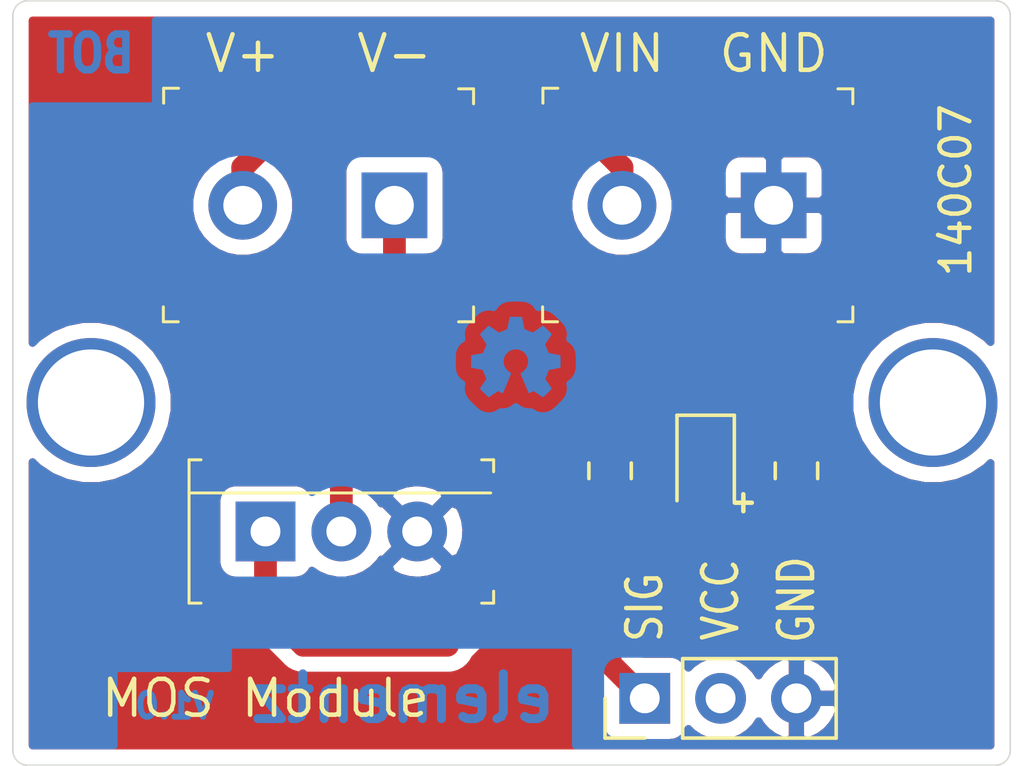
<source format=kicad_pcb>
(kicad_pcb (version 20171130) (host pcbnew 5.1.5-52549c5~86~ubuntu16.04.1)

  (general
    (thickness 1.6)
    (drawings 21)
    (tracks 23)
    (zones 0)
    (modules 8)
    (nets 7)
  )

  (page A4)
  (title_block
    (title "IRF520 MOSFET DRIVER")
    (date 2020-07-11)
    (rev v1.0)
    (company "Elementz Engineers Guild Pvt Ltd")
    (comment 1 "Drawn by : Jerryl")
  )

  (layers
    (0 F.Cu signal)
    (31 B.Cu signal)
    (32 B.Adhes user)
    (33 F.Adhes user)
    (34 B.Paste user)
    (35 F.Paste user)
    (36 B.SilkS user)
    (37 F.SilkS user)
    (38 B.Mask user)
    (39 F.Mask user)
    (40 Dwgs.User user hide)
    (41 Cmts.User user hide)
    (42 Eco1.User user hide)
    (43 Eco2.User user hide)
    (44 Edge.Cuts user)
    (45 Margin user)
    (46 B.CrtYd user hide)
    (47 F.CrtYd user hide)
    (48 B.Fab user hide)
    (49 F.Fab user hide)
  )

  (setup
    (last_trace_width 0.762)
    (trace_clearance 0.254)
    (zone_clearance 0.508)
    (zone_45_only no)
    (trace_min 0.254)
    (via_size 0.762)
    (via_drill 0.381)
    (via_min_size 0.762)
    (via_min_drill 0.381)
    (uvia_size 0.762)
    (uvia_drill 0.381)
    (uvias_allowed no)
    (uvia_min_size 0.762)
    (uvia_min_drill 0.381)
    (edge_width 0.05)
    (segment_width 0.2)
    (pcb_text_width 0.3)
    (pcb_text_size 1.5 1.5)
    (mod_edge_width 0.12)
    (mod_text_size 1 1)
    (mod_text_width 0.15)
    (pad_size 1.524 1.524)
    (pad_drill 0.762)
    (pad_to_mask_clearance 0.051)
    (solder_mask_min_width 0.25)
    (aux_axis_origin 0 0)
    (visible_elements FFFFFF7F)
    (pcbplotparams
      (layerselection 0x010fc_ffffffff)
      (usegerberextensions false)
      (usegerberattributes false)
      (usegerberadvancedattributes false)
      (creategerberjobfile false)
      (excludeedgelayer true)
      (linewidth 0.100000)
      (plotframeref false)
      (viasonmask false)
      (mode 1)
      (useauxorigin false)
      (hpglpennumber 1)
      (hpglpenspeed 20)
      (hpglpendiameter 15.000000)
      (psnegative false)
      (psa4output false)
      (plotreference true)
      (plotvalue false)
      (plotinvisibletext false)
      (padsonsilk false)
      (subtractmaskfromsilk false)
      (outputformat 1)
      (mirror false)
      (drillshape 0)
      (scaleselection 1)
      (outputdirectory "Gerber"))
  )

  (net 0 "")
  (net 1 "Net-(D1-Pad1)")
  (net 2 /SIG)
  (net 3 "Net-(J1-Pad2)")
  (net 4 GND)
  (net 5 /V-)
  (net 6 /V+)

  (net_class Default "This is the default net class."
    (clearance 0.254)
    (trace_width 0.762)
    (via_dia 0.762)
    (via_drill 0.381)
    (uvia_dia 0.762)
    (uvia_drill 0.381)
    (diff_pair_width 0.254)
    (diff_pair_gap 0.254)
    (add_net /SIG)
    (add_net /V+)
    (add_net /V-)
    (add_net GND)
    (add_net "Net-(D1-Pad1)")
    (add_net "Net-(J1-Pad2)")
  )

  (module OSHW-logo:OSHW-logo_copper-back_3mm (layer B.Cu) (tedit 0) (tstamp 5F206D59)
    (at 132.842 74.93 180)
    (fp_text reference G*** (at 0 -1.59004) (layer B.SilkS) hide
      (effects (font (size 0.13462 0.13462) (thickness 0.0254)) (justify mirror))
    )
    (fp_text value OSHW-logo_copper-back_3mm (at 0 1.59004) (layer B.SilkS) hide
      (effects (font (size 0.13462 0.13462) (thickness 0.0254)) (justify mirror))
    )
    (fp_poly (pts (xy 0.90932 -1.3462) (xy 0.89154 -1.33858) (xy 0.85852 -1.31572) (xy 0.80772 -1.2827)
      (xy 0.7493 -1.2446) (xy 0.68834 -1.20396) (xy 0.64008 -1.17094) (xy 0.60452 -1.14808)
      (xy 0.59182 -1.14046) (xy 0.5842 -1.143) (xy 0.55626 -1.15824) (xy 0.51562 -1.17856)
      (xy 0.49022 -1.19126) (xy 0.45212 -1.2065) (xy 0.43434 -1.21158) (xy 0.4318 -1.2065)
      (xy 0.41656 -1.17602) (xy 0.39624 -1.12776) (xy 0.3683 -1.06172) (xy 0.33528 -0.98552)
      (xy 0.29972 -0.90424) (xy 0.2667 -0.82042) (xy 0.23368 -0.74168) (xy 0.2032 -0.66802)
      (xy 0.18034 -0.6096) (xy 0.1651 -0.56896) (xy 0.15748 -0.55118) (xy 0.16002 -0.54864)
      (xy 0.1778 -0.53086) (xy 0.21082 -0.50546) (xy 0.28194 -0.44704) (xy 0.35306 -0.36068)
      (xy 0.39624 -0.26162) (xy 0.40894 -0.14986) (xy 0.39878 -0.04826) (xy 0.35814 0.04826)
      (xy 0.28956 0.13716) (xy 0.20574 0.2032) (xy 0.10922 0.24384) (xy 0 0.25654)
      (xy -0.10414 0.24638) (xy -0.2032 0.20574) (xy -0.2921 0.1397) (xy -0.3302 0.09652)
      (xy -0.381 0.00508) (xy -0.41148 -0.0889) (xy -0.41402 -0.11176) (xy -0.40894 -0.21844)
      (xy -0.37846 -0.32004) (xy -0.32258 -0.40894) (xy -0.24638 -0.4826) (xy -0.23622 -0.49022)
      (xy -0.20066 -0.51816) (xy -0.17526 -0.53594) (xy -0.15748 -0.55118) (xy -0.2921 -0.87376)
      (xy -0.31242 -0.92456) (xy -0.35052 -1.01346) (xy -0.381 -1.08966) (xy -0.40894 -1.15062)
      (xy -0.42672 -1.19126) (xy -0.43434 -1.2065) (xy -0.44704 -1.20904) (xy -0.4699 -1.20142)
      (xy -0.51562 -1.17856) (xy -0.5461 -1.16332) (xy -0.57912 -1.14808) (xy -0.59436 -1.14046)
      (xy -0.6096 -1.14808) (xy -0.64262 -1.1684) (xy -0.68834 -1.20142) (xy -0.74676 -1.23952)
      (xy -0.80264 -1.27762) (xy -0.85344 -1.31064) (xy -0.889 -1.33604) (xy -0.90678 -1.34366)
      (xy -0.90932 -1.34366) (xy -0.9271 -1.33604) (xy -0.95504 -1.31064) (xy -0.99822 -1.27)
      (xy -1.06172 -1.20904) (xy -1.07188 -1.19888) (xy -1.12268 -1.14808) (xy -1.16332 -1.10236)
      (xy -1.19126 -1.07188) (xy -1.20142 -1.05918) (xy -1.19126 -1.0414) (xy -1.1684 -1.0033)
      (xy -1.13538 -0.9525) (xy -1.09474 -0.89154) (xy -0.98806 -0.7366) (xy -1.04648 -0.59182)
      (xy -1.06426 -0.5461) (xy -1.08712 -0.49022) (xy -1.1049 -0.45212) (xy -1.11252 -0.43434)
      (xy -1.1303 -0.42926) (xy -1.1684 -0.4191) (xy -1.22682 -0.40894) (xy -1.29794 -0.39624)
      (xy -1.36398 -0.38354) (xy -1.4224 -0.37084) (xy -1.46558 -0.36322) (xy -1.4859 -0.36068)
      (xy -1.49098 -0.3556) (xy -1.49352 -0.34798) (xy -1.49606 -0.32766) (xy -1.4986 -0.28956)
      (xy -1.4986 -0.23368) (xy -1.4986 -0.14986) (xy -1.4986 -0.14224) (xy -1.4986 -0.0635)
      (xy -1.49606 0) (xy -1.49352 0.0381) (xy -1.49098 0.05588) (xy -1.4732 0.06096)
      (xy -1.43002 0.06858) (xy -1.3716 0.08128) (xy -1.30048 0.09398) (xy -1.2954 0.09398)
      (xy -1.22428 0.10922) (xy -1.16586 0.12192) (xy -1.12268 0.12954) (xy -1.1049 0.13716)
      (xy -1.10236 0.14224) (xy -1.08712 0.17018) (xy -1.0668 0.21336) (xy -1.04394 0.2667)
      (xy -1.02108 0.32258) (xy -1.00076 0.37338) (xy -0.98806 0.40894) (xy -0.98298 0.42672)
      (xy -0.99314 0.4445) (xy -1.01854 0.48006) (xy -1.0541 0.53086) (xy -1.09474 0.59182)
      (xy -1.09728 0.5969) (xy -1.13792 0.65786) (xy -1.17094 0.70866) (xy -1.1938 0.74422)
      (xy -1.20142 0.75946) (xy -1.20142 0.762) (xy -1.18872 0.77978) (xy -1.15824 0.8128)
      (xy -1.11252 0.85852) (xy -1.06172 0.91186) (xy -1.04394 0.9271) (xy -0.98552 0.98552)
      (xy -0.94488 1.02108) (xy -0.91948 1.0414) (xy -0.90932 1.04648) (xy -0.90678 1.04648)
      (xy -0.889 1.03632) (xy -0.8509 1.01092) (xy -0.8001 0.97536) (xy -0.73914 0.93472)
      (xy -0.7366 0.93218) (xy -0.67564 0.89154) (xy -0.62484 0.85598) (xy -0.58928 0.83312)
      (xy -0.57404 0.8255) (xy -0.5715 0.8255) (xy -0.54864 0.83058) (xy -0.50546 0.84582)
      (xy -0.45212 0.86614) (xy -0.39624 0.889) (xy -0.34544 0.90932) (xy -0.30988 0.9271)
      (xy -0.2921 0.93726) (xy -0.28956 0.93726) (xy -0.28448 0.96012) (xy -0.27432 1.00584)
      (xy -0.26162 1.0668) (xy -0.24638 1.14046) (xy -0.24384 1.15062) (xy -0.23114 1.22428)
      (xy -0.22098 1.2827) (xy -0.21082 1.32334) (xy -0.20828 1.34112) (xy -0.19812 1.34112)
      (xy -0.16256 1.34366) (xy -0.10922 1.3462) (xy -0.04318 1.3462) (xy 0.02286 1.3462)
      (xy 0.0889 1.3462) (xy 0.14478 1.34366) (xy 0.18542 1.34112) (xy 0.2032 1.33604)
      (xy 0.20828 1.31318) (xy 0.21844 1.27) (xy 0.23114 1.2065) (xy 0.24638 1.13284)
      (xy 0.24892 1.12014) (xy 0.26162 1.04902) (xy 0.27432 0.9906) (xy 0.28194 0.94996)
      (xy 0.28702 0.93472) (xy 0.2921 0.93218) (xy 0.32258 0.91694) (xy 0.37084 0.89916)
      (xy 0.42926 0.87376) (xy 0.56642 0.81788) (xy 0.73406 0.93472) (xy 0.7493 0.94488)
      (xy 0.81026 0.98552) (xy 0.86106 1.01854) (xy 0.89662 1.0414) (xy 0.90932 1.04902)
      (xy 0.91186 1.04902) (xy 0.9271 1.03378) (xy 0.96012 1.0033) (xy 1.00584 0.95758)
      (xy 1.05918 0.90678) (xy 1.09982 0.86614) (xy 1.14554 0.82042) (xy 1.17348 0.7874)
      (xy 1.19126 0.76708) (xy 1.19634 0.75438) (xy 1.1938 0.74676) (xy 1.18364 0.72898)
      (xy 1.15824 0.69342) (xy 1.12522 0.64008) (xy 1.08458 0.58166) (xy 1.04902 0.53086)
      (xy 1.01346 0.47498) (xy 0.9906 0.43434) (xy 0.98044 0.41656) (xy 0.98298 0.4064)
      (xy 0.99568 0.37338) (xy 1.016 0.32512) (xy 1.0414 0.26416) (xy 1.09982 0.13208)
      (xy 1.18618 0.1143) (xy 1.23952 0.10414) (xy 1.31318 0.09144) (xy 1.3843 0.0762)
      (xy 1.49606 0.05588) (xy 1.4986 -0.34798) (xy 1.48082 -0.3556) (xy 1.46558 -0.36068)
      (xy 1.42494 -0.37084) (xy 1.36652 -0.381) (xy 1.29794 -0.3937) (xy 1.23698 -0.4064)
      (xy 1.17856 -0.41656) (xy 1.13538 -0.42418) (xy 1.1176 -0.42926) (xy 1.11252 -0.43434)
      (xy 1.09728 -0.46482) (xy 1.07696 -0.51054) (xy 1.0541 -0.56388) (xy 1.0287 -0.6223)
      (xy 1.00838 -0.6731) (xy 0.99314 -0.71374) (xy 0.98806 -0.73406) (xy 0.99568 -0.7493)
      (xy 1.01854 -0.78486) (xy 1.05156 -0.83566) (xy 1.0922 -0.89408) (xy 1.13284 -0.9525)
      (xy 1.16586 -1.0033) (xy 1.19126 -1.03886) (xy 1.19888 -1.05664) (xy 1.1938 -1.0668)
      (xy 1.17094 -1.09474) (xy 1.12776 -1.14046) (xy 1.06172 -1.2065) (xy 1.04902 -1.21666)
      (xy 0.99822 -1.26746) (xy 0.9525 -1.3081) (xy 0.92202 -1.33604) (xy 0.90932 -1.3462)) (layer B.Cu) (width 0.00254))
  )

  (module digikey-footprints:Term_Block_1x2_P5.08MM (layer F.Cu) (tedit 5D4199A2) (tstamp 5F090BB4)
    (at 128.778 69.85 180)
    (descr http://www.on-shore.com/wp-content/uploads/2015/09/osttcxx2162.pdf)
    (path /5F090FAF)
    (fp_text reference J2 (at 2.794 2.032) (layer F.Fab)
      (effects (font (size 1 1) (thickness 0.15)))
    )
    (fp_text value 1935161 (at 2.78 7.75) (layer F.Fab)
      (effects (font (size 1 1) (thickness 0.15)))
    )
    (fp_line (start -2.54 -3.8) (end -2.54 3.8) (layer F.Fab) (width 0.1))
    (fp_line (start -2.54 -3.8) (end 7.62 -3.8) (layer F.Fab) (width 0.1))
    (fp_line (start 7.62 -3.8) (end 7.62 3.8) (layer F.Fab) (width 0.1))
    (fp_line (start -2.54 3.8) (end 7.62 3.8) (layer F.Fab) (width 0.1))
    (fp_line (start -2.65 -3.9) (end -2.15 -3.9) (layer F.SilkS) (width 0.1))
    (fp_line (start -2.65 -3.9) (end -2.65 -3.4) (layer F.SilkS) (width 0.1))
    (fp_line (start -2.65 3.4) (end -2.65 3.9) (layer F.SilkS) (width 0.1))
    (fp_line (start -2.65 3.9) (end -2.15 3.9) (layer F.SilkS) (width 0.1))
    (fp_line (start 7.728 3.42) (end 7.728 3.92) (layer F.SilkS) (width 0.1))
    (fp_line (start 7.728 3.92) (end 7.228 3.92) (layer F.SilkS) (width 0.1))
    (fp_line (start 7.738 -3.9) (end 7.738 -3.4) (layer F.SilkS) (width 0.1))
    (fp_line (start 7.738 -3.9) (end 7.238 -3.9) (layer F.SilkS) (width 0.1))
    (fp_line (start 7.874 -4.064) (end -2.75 -4.05) (layer F.CrtYd) (width 0.05))
    (fp_line (start 7.874 -4.05) (end 7.874 4.05) (layer F.CrtYd) (width 0.05))
    (fp_line (start 7.874 4.064) (end -2.75 4.05) (layer F.CrtYd) (width 0.05))
    (fp_line (start -2.75 -4.05) (end -2.75 4.05) (layer F.CrtYd) (width 0.05))
    (fp_text user %R (at 2.5 -2 180) (layer F.Fab)
      (effects (font (size 1 1) (thickness 0.15)))
    )
    (pad 2 thru_hole circle (at 5.08 0 180) (size 2.3 2.3) (drill 1.3) (layers *.Cu *.Mask)
      (net 6 /V+))
    (pad 1 thru_hole rect (at 0 0 180) (size 2.2 2.2) (drill 1.3) (layers *.Cu *.Mask)
      (net 5 /V-))
    (model /usr/share/kicad/modules/packages3d/TerminalBlock_Phoenix.3dshapes/TerminalBlock_Phoenix_MKDS-1,5-2-5.08_1x02_P5.08mm_Horizontal.wrl
      (at (xyz 0 0 0))
      (scale (xyz 1 1 1))
      (rotate (xyz 0 0 0))
    )
  )

  (module digikey-footprints:Term_Block_1x2_P5.08MM (layer F.Cu) (tedit 5D4199A2) (tstamp 5F08D5DA)
    (at 141.478 69.85 180)
    (descr http://www.on-shore.com/wp-content/uploads/2015/09/osttcxx2162.pdf)
    (path /5F0922E2)
    (fp_text reference J3 (at 2.794 2.032) (layer F.Fab)
      (effects (font (size 1 1) (thickness 0.15)))
    )
    (fp_text value 1935161 (at 2.78 7.75) (layer F.Fab)
      (effects (font (size 1 1) (thickness 0.15)))
    )
    (fp_line (start -2.54 -3.8) (end -2.54 3.8) (layer F.Fab) (width 0.1))
    (fp_line (start -2.54 -3.8) (end 7.62 -3.8) (layer F.Fab) (width 0.1))
    (fp_line (start 7.62 -3.8) (end 7.62 3.8) (layer F.Fab) (width 0.1))
    (fp_line (start -2.54 3.8) (end 7.62 3.8) (layer F.Fab) (width 0.1))
    (fp_line (start -2.65 -3.9) (end -2.15 -3.9) (layer F.SilkS) (width 0.1))
    (fp_line (start -2.65 -3.9) (end -2.65 -3.4) (layer F.SilkS) (width 0.1))
    (fp_line (start -2.65 3.4) (end -2.65 3.9) (layer F.SilkS) (width 0.1))
    (fp_line (start -2.65 3.9) (end -2.15 3.9) (layer F.SilkS) (width 0.1))
    (fp_line (start 7.728 3.42) (end 7.728 3.92) (layer F.SilkS) (width 0.1))
    (fp_line (start 7.728 3.92) (end 7.228 3.92) (layer F.SilkS) (width 0.1))
    (fp_line (start 7.738 -3.9) (end 7.738 -3.4) (layer F.SilkS) (width 0.1))
    (fp_line (start 7.738 -3.9) (end 7.238 -3.9) (layer F.SilkS) (width 0.1))
    (fp_line (start 7.874 -4.064) (end -2.75 -4.05) (layer F.CrtYd) (width 0.05))
    (fp_line (start 7.874 -4.05) (end 7.874 4.05) (layer F.CrtYd) (width 0.05))
    (fp_line (start 7.874 4.064) (end -2.75 4.05) (layer F.CrtYd) (width 0.05))
    (fp_line (start -2.75 -4.05) (end -2.75 4.05) (layer F.CrtYd) (width 0.05))
    (fp_text user %R (at 2.5 -2 180) (layer F.Fab)
      (effects (font (size 1 1) (thickness 0.15)))
    )
    (pad 2 thru_hole circle (at 5.08 0 180) (size 2.3 2.3) (drill 1.3) (layers *.Cu *.Mask)
      (net 6 /V+))
    (pad 1 thru_hole rect (at 0 0 180) (size 2.2 2.2) (drill 1.3) (layers *.Cu *.Mask)
      (net 4 GND))
    (model /usr/share/kicad/modules/packages3d/TerminalBlock_Phoenix.3dshapes/TerminalBlock_Phoenix_MKDS-1,5-2-5.08_1x02_P5.08mm_Horizontal.wrl
      (at (xyz 0 0 0))
      (scale (xyz 1 1 1))
      (rotate (xyz 0 0 0))
    )
  )

  (module Connector_PinHeader_2.54mm:PinHeader_1x03_P2.54mm_Vertical (layer F.Cu) (tedit 59FED5CC) (tstamp 5F090B4D)
    (at 137.16 86.36 90)
    (descr "Through hole straight pin header, 1x03, 2.54mm pitch, single row")
    (tags "Through hole pin header THT 1x03 2.54mm single row")
    (path /5F09A3EF)
    (fp_text reference J1 (at 0.4 -2.46 90) (layer F.Fab)
      (effects (font (size 1 1) (thickness 0.15)))
    )
    (fp_text value Conn_01x03_Male (at 4.385 7.35 90) (layer F.Fab)
      (effects (font (size 1 1) (thickness 0.15)))
    )
    (fp_text user %R (at 2.77 2.54) (layer F.Fab)
      (effects (font (size 1 1) (thickness 0.15)))
    )
    (fp_line (start 1.8 -1.8) (end -1.8 -1.8) (layer F.CrtYd) (width 0.05))
    (fp_line (start 1.8 6.85) (end 1.8 -1.8) (layer F.CrtYd) (width 0.05))
    (fp_line (start -1.8 6.85) (end 1.8 6.85) (layer F.CrtYd) (width 0.05))
    (fp_line (start -1.8 -1.8) (end -1.8 6.85) (layer F.CrtYd) (width 0.05))
    (fp_line (start -1.33 -1.33) (end 0 -1.33) (layer F.SilkS) (width 0.12))
    (fp_line (start -1.33 0) (end -1.33 -1.33) (layer F.SilkS) (width 0.12))
    (fp_line (start -1.33 1.27) (end 1.33 1.27) (layer F.SilkS) (width 0.12))
    (fp_line (start 1.33 1.27) (end 1.33 6.41) (layer F.SilkS) (width 0.12))
    (fp_line (start -1.33 1.27) (end -1.33 6.41) (layer F.SilkS) (width 0.12))
    (fp_line (start -1.33 6.41) (end 1.33 6.41) (layer F.SilkS) (width 0.12))
    (fp_line (start -1.27 -0.635) (end -0.635 -1.27) (layer F.Fab) (width 0.1))
    (fp_line (start -1.27 6.35) (end -1.27 -0.635) (layer F.Fab) (width 0.1))
    (fp_line (start 1.27 6.35) (end -1.27 6.35) (layer F.Fab) (width 0.1))
    (fp_line (start 1.27 -1.27) (end 1.27 6.35) (layer F.Fab) (width 0.1))
    (fp_line (start -0.635 -1.27) (end 1.27 -1.27) (layer F.Fab) (width 0.1))
    (pad 3 thru_hole oval (at 0 5.08 90) (size 1.7 1.7) (drill 1) (layers *.Cu *.Mask)
      (net 4 GND))
    (pad 2 thru_hole oval (at 0 2.54 90) (size 1.7 1.7) (drill 1) (layers *.Cu *.Mask)
      (net 3 "Net-(J1-Pad2)"))
    (pad 1 thru_hole rect (at 0 0 90) (size 1.7 1.7) (drill 1) (layers *.Cu *.Mask)
      (net 2 /SIG))
    (model ${KISYS3DMOD}/Connector_PinHeader_2.54mm.3dshapes/PinHeader_1x03_P2.54mm_Horizontal.wrl
      (offset (xyz 0.0254 -4.8768 -0))
      (scale (xyz 1 1 1))
      (rotate (xyz 0 0 -180))
    )
  )

  (module LED_SMD:LED_0805_2012Metric_Pad1.15x1.40mm_HandSolder (layer F.Cu) (tedit 5B4B45C9) (tstamp 5F090B0D)
    (at 139.2 78.74 270)
    (descr "LED SMD 0805 (2012 Metric), square (rectangular) end terminal, IPC_7351 nominal, (Body size source: https://docs.google.com/spreadsheets/d/1BsfQQcO9C6DZCsRaXUlFlo91Tg2WpOkGARC1WS5S8t0/edit?usp=sharing), generated with kicad-footprint-generator")
    (tags "LED handsolder")
    (path /5F0770BF)
    (attr smd)
    (fp_text reference D1 (at -3.048 -0.008 90) (layer F.Fab)
      (effects (font (size 1 1) (thickness 0.15)))
    )
    (fp_text value RED (at 0 1.65 90) (layer F.Fab)
      (effects (font (size 1 1) (thickness 0.15)))
    )
    (fp_line (start 1 -0.6) (end -0.7 -0.6) (layer F.Fab) (width 0.1))
    (fp_line (start -0.7 -0.6) (end -1 -0.3) (layer F.Fab) (width 0.1))
    (fp_line (start -1 -0.3) (end -1 0.6) (layer F.Fab) (width 0.1))
    (fp_line (start -1 0.6) (end 1 0.6) (layer F.Fab) (width 0.1))
    (fp_line (start 1 0.6) (end 1 -0.6) (layer F.Fab) (width 0.1))
    (fp_line (start 1 -0.96) (end -1.86 -0.96) (layer F.SilkS) (width 0.12))
    (fp_line (start -1.86 -0.96) (end -1.86 0.96) (layer F.SilkS) (width 0.12))
    (fp_line (start -1.86 0.96) (end 1 0.96) (layer F.SilkS) (width 0.12))
    (fp_line (start -1.85 0.95) (end -1.85 -0.95) (layer F.CrtYd) (width 0.05))
    (fp_line (start -1.85 -0.95) (end 1.85 -0.95) (layer F.CrtYd) (width 0.05))
    (fp_line (start 1.85 -0.95) (end 1.85 0.95) (layer F.CrtYd) (width 0.05))
    (fp_line (start 1.85 0.95) (end -1.85 0.95) (layer F.CrtYd) (width 0.05))
    (fp_text user %R (at 0 0 90) (layer F.Fab)
      (effects (font (size 0.5 0.5) (thickness 0.08)))
    )
    (pad 1 smd roundrect (at -1.025 0 270) (size 1.15 1.4) (layers F.Cu F.Paste F.Mask) (roundrect_rratio 0.217391)
      (net 1 "Net-(D1-Pad1)"))
    (pad 2 smd roundrect (at 1.025 0 270) (size 1.15 1.4) (layers F.Cu F.Paste F.Mask) (roundrect_rratio 0.217391)
      (net 2 /SIG))
    (model ${KISYS3DMOD}/LED_SMD.3dshapes/LED_0805_2012Metric.wrl
      (at (xyz 0 0 0))
      (scale (xyz 1 1 1))
      (rotate (xyz 0 0 0))
    )
  )

  (module digikey-footprints:TO-220-3 (layer F.Cu) (tedit 5AFA02CB) (tstamp 5F090C35)
    (at 124.46 80.772)
    (descr http://www.st.com/content/ccc/resource/technical/document/datasheet/f9/ed/f5/44/26/b9/43/a4/CD00000911.pdf/files/CD00000911.pdf/jcr:content/translations/en.CD00000911.pdf)
    (path /5F079044)
    (fp_text reference Q1 (at 2.62 -3.22) (layer F.Fab)
      (effects (font (size 1 1) (thickness 0.15)))
    )
    (fp_text value IRF520PBF (at 2.27 3.63) (layer F.Fab)
      (effects (font (size 1 1) (thickness 0.15)))
    )
    (fp_line (start -2.56 -1.29) (end 7.54 -1.29) (layer F.SilkS) (width 0.1))
    (fp_line (start -2.45 -1.3) (end 7.54 -1.3) (layer F.Fab) (width 0.1))
    (fp_line (start -2.71 2.5) (end 7.79 2.5) (layer F.CrtYd) (width 0.05))
    (fp_line (start -2.71 -2.5) (end 7.79 -2.5) (layer F.CrtYd) (width 0.05))
    (fp_line (start -2.71 -2.5) (end -2.71 2.5) (layer F.CrtYd) (width 0.05))
    (fp_line (start 7.79 -2.5) (end 7.79 2.5) (layer F.CrtYd) (width 0.05))
    (fp_line (start 7.64 2.4) (end 7.64 2) (layer F.SilkS) (width 0.1))
    (fp_line (start 7.64 2.4) (end 7.24 2.4) (layer F.SilkS) (width 0.1))
    (fp_line (start -2.56 2.4) (end -2.56 -2) (layer F.SilkS) (width 0.1))
    (fp_line (start -2.56 2.4) (end -2.16 2.4) (layer F.SilkS) (width 0.1))
    (fp_line (start -2.56 -2.4) (end -2.56 -2) (layer F.SilkS) (width 0.1))
    (fp_line (start -2.56 -2.4) (end -2.16 -2.4) (layer F.SilkS) (width 0.1))
    (fp_line (start 7.24 -2.4) (end 7.64 -2.4) (layer F.SilkS) (width 0.1))
    (fp_line (start 7.64 -2.4) (end 7.64 -2) (layer F.SilkS) (width 0.1))
    (fp_text user %R (at 2.52 -0.01) (layer F.Fab)
      (effects (font (size 1 1) (thickness 0.15)))
    )
    (fp_line (start 7.54 2.25) (end 7.54 -2.25) (layer F.Fab) (width 0.1))
    (fp_line (start -2.46 -2.25) (end -2.46 2.25) (layer F.Fab) (width 0.1))
    (fp_line (start -2.46 -2.25) (end 7.54 -2.25) (layer F.Fab) (width 0.1))
    (fp_line (start -2.46 2.25) (end 7.54 2.25) (layer F.Fab) (width 0.1))
    (pad 1 thru_hole rect (at 0 0) (size 2 2) (drill 1) (layers *.Cu *.Mask)
      (net 2 /SIG))
    (pad 2 thru_hole circle (at 2.54 0) (size 2 2) (drill 1) (layers *.Cu *.Mask)
      (net 5 /V-))
    (pad 3 thru_hole circle (at 5.08 0) (size 2 2) (drill 1) (layers *.Cu *.Mask)
      (net 4 GND))
    (model ${KISYS3DMOD}/Package_TO_SOT_THT.3dshapes/TO-220-3_Vertical.step
      (at (xyz 0 0 0))
      (scale (xyz 1 1 1))
      (rotate (xyz 0 0 0))
    )
  )

  (module Resistor_SMD:R_0805_2012Metric_Pad1.15x1.40mm_HandSolder (layer F.Cu) (tedit 5B36C52B) (tstamp 5F090C46)
    (at 136 78.74 90)
    (descr "Resistor SMD 0805 (2012 Metric), square (rectangular) end terminal, IPC_7351 nominal with elongated pad for handsoldering. (Body size source: https://docs.google.com/spreadsheets/d/1BsfQQcO9C6DZCsRaXUlFlo91Tg2WpOkGARC1WS5S8t0/edit?usp=sharing), generated with kicad-footprint-generator")
    (tags "resistor handsolder")
    (path /5F0762F7)
    (attr smd)
    (fp_text reference R1 (at 3.048 -0.11 90) (layer F.Fab)
      (effects (font (size 1 1) (thickness 0.15)))
    )
    (fp_text value 1K (at 0 1.65 90) (layer F.Fab)
      (effects (font (size 1 1) (thickness 0.15)))
    )
    (fp_line (start -1 0.6) (end -1 -0.6) (layer F.Fab) (width 0.1))
    (fp_line (start -1 -0.6) (end 1 -0.6) (layer F.Fab) (width 0.1))
    (fp_line (start 1 -0.6) (end 1 0.6) (layer F.Fab) (width 0.1))
    (fp_line (start 1 0.6) (end -1 0.6) (layer F.Fab) (width 0.1))
    (fp_line (start -0.261252 -0.71) (end 0.261252 -0.71) (layer F.SilkS) (width 0.12))
    (fp_line (start -0.261252 0.71) (end 0.261252 0.71) (layer F.SilkS) (width 0.12))
    (fp_line (start -1.85 0.95) (end -1.85 -0.95) (layer F.CrtYd) (width 0.05))
    (fp_line (start -1.85 -0.95) (end 1.85 -0.95) (layer F.CrtYd) (width 0.05))
    (fp_line (start 1.85 -0.95) (end 1.85 0.95) (layer F.CrtYd) (width 0.05))
    (fp_line (start 1.85 0.95) (end -1.85 0.95) (layer F.CrtYd) (width 0.05))
    (fp_text user %R (at 0 0 90) (layer F.Fab)
      (effects (font (size 0.5 0.5) (thickness 0.08)))
    )
    (pad 1 smd roundrect (at -1.025 0 90) (size 1.15 1.4) (layers F.Cu F.Paste F.Mask) (roundrect_rratio 0.217391)
      (net 2 /SIG))
    (pad 2 smd roundrect (at 1.025 0 90) (size 1.15 1.4) (layers F.Cu F.Paste F.Mask) (roundrect_rratio 0.217391)
      (net 4 GND))
    (model ${KISYS3DMOD}/Resistor_SMD.3dshapes/R_0805_2012Metric.wrl
      (at (xyz 0 0 0))
      (scale (xyz 1 1 1))
      (rotate (xyz 0 0 0))
    )
  )

  (module Resistor_SMD:R_0805_2012Metric_Pad1.15x1.40mm_HandSolder (layer F.Cu) (tedit 5B36C52B) (tstamp 5F090C57)
    (at 142.24 78.74 270)
    (descr "Resistor SMD 0805 (2012 Metric), square (rectangular) end terminal, IPC_7351 nominal with elongated pad for handsoldering. (Body size source: https://docs.google.com/spreadsheets/d/1BsfQQcO9C6DZCsRaXUlFlo91Tg2WpOkGARC1WS5S8t0/edit?usp=sharing), generated with kicad-footprint-generator")
    (tags "resistor handsolder")
    (path /5F076B1F)
    (attr smd)
    (fp_text reference R2 (at -3.048 0 90) (layer F.Fab)
      (effects (font (size 1 1) (thickness 0.15)))
    )
    (fp_text value 1K (at 0 1.65 90) (layer F.Fab)
      (effects (font (size 1 1) (thickness 0.15)))
    )
    (fp_text user %R (at 0 0 90) (layer F.Fab)
      (effects (font (size 0.5 0.5) (thickness 0.08)))
    )
    (fp_line (start 1.85 0.95) (end -1.85 0.95) (layer F.CrtYd) (width 0.05))
    (fp_line (start 1.85 -0.95) (end 1.85 0.95) (layer F.CrtYd) (width 0.05))
    (fp_line (start -1.85 -0.95) (end 1.85 -0.95) (layer F.CrtYd) (width 0.05))
    (fp_line (start -1.85 0.95) (end -1.85 -0.95) (layer F.CrtYd) (width 0.05))
    (fp_line (start -0.261252 0.71) (end 0.261252 0.71) (layer F.SilkS) (width 0.12))
    (fp_line (start -0.261252 -0.71) (end 0.261252 -0.71) (layer F.SilkS) (width 0.12))
    (fp_line (start 1 0.6) (end -1 0.6) (layer F.Fab) (width 0.1))
    (fp_line (start 1 -0.6) (end 1 0.6) (layer F.Fab) (width 0.1))
    (fp_line (start -1 -0.6) (end 1 -0.6) (layer F.Fab) (width 0.1))
    (fp_line (start -1 0.6) (end -1 -0.6) (layer F.Fab) (width 0.1))
    (pad 2 smd roundrect (at 1.025 0 270) (size 1.15 1.4) (layers F.Cu F.Paste F.Mask) (roundrect_rratio 0.217391)
      (net 4 GND))
    (pad 1 smd roundrect (at -1.025 0 270) (size 1.15 1.4) (layers F.Cu F.Paste F.Mask) (roundrect_rratio 0.217391)
      (net 1 "Net-(D1-Pad1)"))
    (model ${KISYS3DMOD}/Resistor_SMD.3dshapes/R_0805_2012Metric.wrl
      (at (xyz 0 0 0))
      (scale (xyz 1 1 1))
      (rotate (xyz 0 0 0))
    )
  )

  (gr_text V1.0 (at 121.412 86.614) (layer B.Cu)
    (effects (font (size 0.8 0.8) (thickness 0.2)) (justify mirror))
  )
  (gr_text elementz (at 129.032 86.36) (layer B.Cu)
    (effects (font (size 1.5 1.5) (thickness 0.3)) (justify mirror))
  )
  (gr_text BOT (at 118.618 64.77) (layer B.Cu)
    (effects (font (size 1.2 1) (thickness 0.25)) (justify mirror))
  )
  (gr_text + (at 140.462 79.756) (layer F.SilkS)
    (effects (font (size 0.746 0.746) (thickness 0.15)))
  )
  (gr_text 140C07 (at 147.574 69.342 90) (layer F.SilkS)
    (effects (font (size 1 1) (thickness 0.15)))
  )
  (gr_text GND (at 142.24 83.058 90) (layer F.SilkS)
    (effects (font (size 1.146 0.946) (thickness 0.15)))
  )
  (gr_text VCC (at 139.7 83.058 90) (layer F.SilkS)
    (effects (font (size 1.146 0.946) (thickness 0.15)))
  )
  (gr_text SIG (at 137.16 83.312 90) (layer F.SilkS)
    (effects (font (size 1.146 0.946) (thickness 0.15)))
  )
  (gr_text "MOS Module" (at 124.46 86.36) (layer F.SilkS)
    (effects (font (size 1.2 1.2) (thickness 0.15)))
  )
  (gr_text GND (at 141.478 64.77) (layer F.SilkS)
    (effects (font (size 1.192 1.192) (thickness 0.15)))
  )
  (gr_text VIN (at 136.398 64.77) (layer F.SilkS) (tstamp 5F0A1482)
    (effects (font (size 1.192 1.192) (thickness 0.15)))
  )
  (gr_text V- (at 128.778 64.77) (layer F.SilkS)
    (effects (font (size 1.192 1.192) (thickness 0.15)))
  )
  (gr_text V+ (at 123.698 64.77) (layer F.SilkS)
    (effects (font (size 1.192 1.192) (thickness 0.15)))
  )
  (gr_line (start 148.9 63) (end 116.5 63) (layer Edge.Cuts) (width 0.05) (tstamp 5F08D27E))
  (gr_line (start 149.4 88.1) (end 149.4 63.5) (layer Edge.Cuts) (width 0.05) (tstamp 5F08D278))
  (gr_line (start 116.5 88.6) (end 148.9 88.6) (layer Edge.Cuts) (width 0.05) (tstamp 5F08D26F))
  (gr_line (start 116 63.5) (end 116 88.1) (layer Edge.Cuts) (width 0.05) (tstamp 5F08D268))
  (gr_arc (start 116.5 88.1) (end 116 88.1) (angle -90) (layer Edge.Cuts) (width 0.05))
  (gr_arc (start 116.5 63.5) (end 116.5 63) (angle -90) (layer Edge.Cuts) (width 0.05))
  (gr_arc (start 148.9 63.5) (end 149.4 63.5) (angle -90) (layer Edge.Cuts) (width 0.05))
  (gr_arc (start 148.9 88.1) (end 148.9 88.6) (angle -90) (layer Edge.Cuts) (width 0.05))

  (via (at 146.812 76.454) (size 4.318) (drill 3.556) (layers F.Cu B.Cu) (net 0))
  (via (at 118.618 76.454) (size 4.318) (drill 3.556) (layers F.Cu B.Cu) (net 0) (tstamp 5F0A02D4))
  (segment (start 139.2 77.715) (end 142.24 77.715) (width 0.762) (layer F.Cu) (net 1))
  (segment (start 136 85.2) (end 137.16 86.36) (width 0.762) (layer F.Cu) (net 2))
  (segment (start 136 79.765) (end 136 85.2) (width 0.762) (layer F.Cu) (net 2))
  (segment (start 136 79.765) (end 136.7 79.765) (width 0.508) (layer F.Cu) (net 2))
  (segment (start 136 79.765) (end 139.2 79.765) (width 0.762) (layer F.Cu) (net 2))
  (segment (start 124.46 80.772) (end 124.46 82.55) (width 0.762) (layer F.Cu) (net 2))
  (segment (start 124.46 82.55) (end 124.46 83.312) (width 0.762) (layer F.Cu) (net 2))
  (segment (start 124.46 83.312) (end 125.73 84.582) (width 0.762) (layer F.Cu) (net 2))
  (segment (start 125.73 84.582) (end 130.556 84.582) (width 0.762) (layer F.Cu) (net 2))
  (segment (start 130.556 84.509) (end 130.556 84.582) (width 0.508) (layer F.Cu) (net 2))
  (segment (start 135.3 79.765) (end 130.556 84.509) (width 0.762) (layer F.Cu) (net 2))
  (segment (start 136 79.765) (end 135.3 79.765) (width 0.508) (layer F.Cu) (net 2))
  (segment (start 128.778 71.712) (end 127 73.49) (width 0.762) (layer F.Cu) (net 5))
  (segment (start 128.778 69.85) (end 128.778 71.712) (width 0.762) (layer F.Cu) (net 5))
  (segment (start 127 80.772) (end 127 74.168) (width 0.762) (layer F.Cu) (net 5))
  (segment (start 127 73.49) (end 127 74.168) (width 0.762) (layer F.Cu) (net 5))
  (segment (start 136.398 68.58) (end 136.398 69.85) (width 0.762) (layer F.Cu) (net 6))
  (segment (start 123.698 69.85) (end 123.698 68.58) (width 0.762) (layer F.Cu) (net 6))
  (segment (start 124.968 67.31) (end 135.128 67.31) (width 0.762) (layer F.Cu) (net 6))
  (segment (start 123.698 68.58) (end 124.968 67.31) (width 0.762) (layer F.Cu) (net 6))
  (segment (start 135.128 67.31) (end 136.398 68.58) (width 0.762) (layer F.Cu) (net 6))

  (zone (net 4) (net_name GND) (layer F.Cu) (tstamp 5F206DC7) (hatch edge 0.508)
    (connect_pads (clearance 0.508))
    (min_thickness 0.254)
    (fill yes (arc_segments 32) (thermal_gap 0.508) (thermal_bridge_width 0.508))
    (polygon
      (pts
        (xy 149.352 88.646) (xy 115.824 88.646) (xy 115.824 62.992) (xy 149.352 62.992)
      )
    )
    (filled_polygon
      (pts
        (xy 148.740001 74.430688) (xy 148.593071 74.283758) (xy 148.135455 73.977989) (xy 147.62698 73.767372) (xy 147.087185 73.66)
        (xy 146.536815 73.66) (xy 145.99702 73.767372) (xy 145.488545 73.977989) (xy 145.030929 74.283758) (xy 144.641758 74.672929)
        (xy 144.335989 75.130545) (xy 144.125372 75.63902) (xy 144.018 76.178815) (xy 144.018 76.729185) (xy 144.125372 77.26898)
        (xy 144.335989 77.777455) (xy 144.641758 78.235071) (xy 145.030929 78.624242) (xy 145.488545 78.930011) (xy 145.99702 79.140628)
        (xy 146.536815 79.248) (xy 147.087185 79.248) (xy 147.62698 79.140628) (xy 148.135455 78.930011) (xy 148.593071 78.624242)
        (xy 148.74 78.477313) (xy 148.74 87.94) (xy 116.66 87.94) (xy 116.66 78.447313) (xy 116.836929 78.624242)
        (xy 117.294545 78.930011) (xy 117.80302 79.140628) (xy 118.342815 79.248) (xy 118.893185 79.248) (xy 119.43298 79.140628)
        (xy 119.941455 78.930011) (xy 120.399071 78.624242) (xy 120.788242 78.235071) (xy 121.094011 77.777455) (xy 121.304628 77.26898)
        (xy 121.412 76.729185) (xy 121.412 76.178815) (xy 121.304628 75.63902) (xy 121.094011 75.130545) (xy 120.788242 74.672929)
        (xy 120.399071 74.283758) (xy 119.941455 73.977989) (xy 119.43298 73.767372) (xy 118.893185 73.66) (xy 118.342815 73.66)
        (xy 117.80302 73.767372) (xy 117.294545 73.977989) (xy 116.836929 74.283758) (xy 116.66 74.460687) (xy 116.66 69.674193)
        (xy 121.913 69.674193) (xy 121.913 70.025807) (xy 121.981596 70.370665) (xy 122.116153 70.695515) (xy 122.3115 70.987871)
        (xy 122.560129 71.2365) (xy 122.852485 71.431847) (xy 123.177335 71.566404) (xy 123.522193 71.635) (xy 123.873807 71.635)
        (xy 124.218665 71.566404) (xy 124.543515 71.431847) (xy 124.835871 71.2365) (xy 125.0845 70.987871) (xy 125.279847 70.695515)
        (xy 125.414404 70.370665) (xy 125.483 70.025807) (xy 125.483 69.674193) (xy 125.414404 69.329335) (xy 125.279847 69.004485)
        (xy 125.0845 68.712129) (xy 125.043606 68.671235) (xy 125.388841 68.326) (xy 127.204505 68.326) (xy 127.147463 68.395506)
        (xy 127.088498 68.50582) (xy 127.052188 68.625518) (xy 127.039928 68.75) (xy 127.039928 70.95) (xy 127.052188 71.074482)
        (xy 127.088498 71.19418) (xy 127.147463 71.304494) (xy 127.226815 71.401185) (xy 127.323506 71.480537) (xy 127.43382 71.539502)
        (xy 127.495076 71.558084) (xy 126.316872 72.736288) (xy 126.278104 72.768104) (xy 126.15114 72.92281) (xy 126.056798 73.099314)
        (xy 126.042307 73.147085) (xy 125.998702 73.29083) (xy 125.979085 73.49) (xy 125.984 73.539902) (xy 125.984 74.217902)
        (xy 125.984001 74.217912) (xy 125.984 79.409541) (xy 125.911185 79.320815) (xy 125.814494 79.241463) (xy 125.70418 79.182498)
        (xy 125.584482 79.146188) (xy 125.46 79.133928) (xy 123.46 79.133928) (xy 123.335518 79.146188) (xy 123.21582 79.182498)
        (xy 123.105506 79.241463) (xy 123.008815 79.320815) (xy 122.929463 79.417506) (xy 122.870498 79.52782) (xy 122.834188 79.647518)
        (xy 122.821928 79.772) (xy 122.821928 81.772) (xy 122.834188 81.896482) (xy 122.870498 82.01618) (xy 122.929463 82.126494)
        (xy 123.008815 82.223185) (xy 123.105506 82.302537) (xy 123.21582 82.361502) (xy 123.335518 82.397812) (xy 123.444001 82.408496)
        (xy 123.444001 82.500089) (xy 123.444 82.500099) (xy 123.444 83.262098) (xy 123.439085 83.312) (xy 123.458702 83.51117)
        (xy 123.470875 83.551298) (xy 123.516799 83.702687) (xy 123.611141 83.87919) (xy 123.738105 84.033896) (xy 123.776868 84.065708)
        (xy 124.976292 85.265133) (xy 125.008104 85.303896) (xy 125.16281 85.43086) (xy 125.339313 85.525202) (xy 125.530829 85.583298)
        (xy 125.680098 85.598) (xy 125.680105 85.598) (xy 125.729999 85.602914) (xy 125.779893 85.598) (xy 130.605902 85.598)
        (xy 130.755171 85.583298) (xy 130.946687 85.525202) (xy 131.12319 85.43086) (xy 131.277896 85.303896) (xy 131.40486 85.14919)
        (xy 131.46481 85.03703) (xy 134.984 81.51784) (xy 134.984001 85.150088) (xy 134.979085 85.2) (xy 134.998702 85.39917)
        (xy 135.032413 85.510298) (xy 135.056799 85.590687) (xy 135.151141 85.76719) (xy 135.278105 85.921896) (xy 135.316868 85.953708)
        (xy 135.671928 86.308768) (xy 135.671928 87.21) (xy 135.684188 87.334482) (xy 135.720498 87.45418) (xy 135.779463 87.564494)
        (xy 135.858815 87.661185) (xy 135.955506 87.740537) (xy 136.06582 87.799502) (xy 136.185518 87.835812) (xy 136.31 87.848072)
        (xy 138.01 87.848072) (xy 138.134482 87.835812) (xy 138.25418 87.799502) (xy 138.364494 87.740537) (xy 138.461185 87.661185)
        (xy 138.540537 87.564494) (xy 138.599502 87.45418) (xy 138.621513 87.38162) (xy 138.753368 87.513475) (xy 138.996589 87.67599)
        (xy 139.266842 87.787932) (xy 139.55374 87.845) (xy 139.84626 87.845) (xy 140.133158 87.787932) (xy 140.403411 87.67599)
        (xy 140.646632 87.513475) (xy 140.853475 87.306632) (xy 140.975195 87.124466) (xy 141.044822 87.241355) (xy 141.239731 87.457588)
        (xy 141.47308 87.631641) (xy 141.735901 87.756825) (xy 141.88311 87.801476) (xy 142.113 87.680155) (xy 142.113 86.487)
        (xy 142.367 86.487) (xy 142.367 87.680155) (xy 142.59689 87.801476) (xy 142.744099 87.756825) (xy 143.00692 87.631641)
        (xy 143.240269 87.457588) (xy 143.435178 87.241355) (xy 143.584157 86.991252) (xy 143.681481 86.716891) (xy 143.560814 86.487)
        (xy 142.367 86.487) (xy 142.113 86.487) (xy 142.093 86.487) (xy 142.093 86.233) (xy 142.113 86.233)
        (xy 142.113 85.039845) (xy 142.367 85.039845) (xy 142.367 86.233) (xy 143.560814 86.233) (xy 143.681481 86.003109)
        (xy 143.584157 85.728748) (xy 143.435178 85.478645) (xy 143.240269 85.262412) (xy 143.00692 85.088359) (xy 142.744099 84.963175)
        (xy 142.59689 84.918524) (xy 142.367 85.039845) (xy 142.113 85.039845) (xy 141.88311 84.918524) (xy 141.735901 84.963175)
        (xy 141.47308 85.088359) (xy 141.239731 85.262412) (xy 141.044822 85.478645) (xy 140.975195 85.595534) (xy 140.853475 85.413368)
        (xy 140.646632 85.206525) (xy 140.403411 85.04401) (xy 140.133158 84.932068) (xy 139.84626 84.875) (xy 139.55374 84.875)
        (xy 139.266842 84.932068) (xy 138.996589 85.04401) (xy 138.753368 85.206525) (xy 138.621513 85.33838) (xy 138.599502 85.26582)
        (xy 138.540537 85.155506) (xy 138.461185 85.058815) (xy 138.364494 84.979463) (xy 138.25418 84.920498) (xy 138.134482 84.884188)
        (xy 138.01 84.871928) (xy 137.108768 84.871928) (xy 137.016 84.77916) (xy 137.016 80.781) (xy 138.19885 80.781)
        (xy 138.256613 80.828405) (xy 138.410149 80.910472) (xy 138.576745 80.961008) (xy 138.749999 80.978072) (xy 139.650001 80.978072)
        (xy 139.823255 80.961008) (xy 139.989851 80.910472) (xy 140.143387 80.828405) (xy 140.277962 80.717962) (xy 140.388405 80.583387)
        (xy 140.470472 80.429851) (xy 140.497727 80.34) (xy 140.901928 80.34) (xy 140.914188 80.464482) (xy 140.950498 80.58418)
        (xy 141.009463 80.694494) (xy 141.088815 80.791185) (xy 141.185506 80.870537) (xy 141.29582 80.929502) (xy 141.415518 80.965812)
        (xy 141.54 80.978072) (xy 141.95425 80.975) (xy 142.113 80.81625) (xy 142.113 79.892) (xy 142.367 79.892)
        (xy 142.367 80.81625) (xy 142.52575 80.975) (xy 142.94 80.978072) (xy 143.064482 80.965812) (xy 143.18418 80.929502)
        (xy 143.294494 80.870537) (xy 143.391185 80.791185) (xy 143.470537 80.694494) (xy 143.529502 80.58418) (xy 143.565812 80.464482)
        (xy 143.578072 80.34) (xy 143.575 80.05075) (xy 143.41625 79.892) (xy 142.367 79.892) (xy 142.113 79.892)
        (xy 141.06375 79.892) (xy 140.905 80.05075) (xy 140.901928 80.34) (xy 140.497727 80.34) (xy 140.521008 80.263255)
        (xy 140.538072 80.090001) (xy 140.538072 79.439999) (xy 140.521008 79.266745) (xy 140.470472 79.100149) (xy 140.388405 78.946613)
        (xy 140.277962 78.812038) (xy 140.190184 78.74) (xy 140.20115 78.731) (xy 141.098338 78.731) (xy 141.088815 78.738815)
        (xy 141.009463 78.835506) (xy 140.950498 78.94582) (xy 140.914188 79.065518) (xy 140.901928 79.19) (xy 140.905 79.47925)
        (xy 141.06375 79.638) (xy 142.113 79.638) (xy 142.113 79.618) (xy 142.367 79.618) (xy 142.367 79.638)
        (xy 143.41625 79.638) (xy 143.575 79.47925) (xy 143.578072 79.19) (xy 143.565812 79.065518) (xy 143.529502 78.94582)
        (xy 143.470537 78.835506) (xy 143.391185 78.738815) (xy 143.311406 78.673342) (xy 143.317962 78.667962) (xy 143.428405 78.533387)
        (xy 143.510472 78.379851) (xy 143.561008 78.213255) (xy 143.578072 78.040001) (xy 143.578072 77.389999) (xy 143.561008 77.216745)
        (xy 143.510472 77.050149) (xy 143.428405 76.896613) (xy 143.317962 76.762038) (xy 143.183387 76.651595) (xy 143.029851 76.569528)
        (xy 142.863255 76.518992) (xy 142.690001 76.501928) (xy 141.789999 76.501928) (xy 141.616745 76.518992) (xy 141.450149 76.569528)
        (xy 141.296613 76.651595) (xy 141.23885 76.699) (xy 140.20115 76.699) (xy 140.143387 76.651595) (xy 139.989851 76.569528)
        (xy 139.823255 76.518992) (xy 139.650001 76.501928) (xy 138.749999 76.501928) (xy 138.576745 76.518992) (xy 138.410149 76.569528)
        (xy 138.256613 76.651595) (xy 138.122038 76.762038) (xy 138.011595 76.896613) (xy 137.929528 77.050149) (xy 137.878992 77.216745)
        (xy 137.861928 77.389999) (xy 137.861928 78.040001) (xy 137.878992 78.213255) (xy 137.929528 78.379851) (xy 138.011595 78.533387)
        (xy 138.122038 78.667962) (xy 138.209816 78.74) (xy 138.19885 78.749) (xy 137.141662 78.749) (xy 137.151185 78.741185)
        (xy 137.230537 78.644494) (xy 137.289502 78.53418) (xy 137.325812 78.414482) (xy 137.338072 78.29) (xy 137.335 78.00075)
        (xy 137.17625 77.842) (xy 136.127 77.842) (xy 136.127 77.862) (xy 135.873 77.862) (xy 135.873 77.842)
        (xy 134.82375 77.842) (xy 134.665 78.00075) (xy 134.661928 78.29) (xy 134.674188 78.414482) (xy 134.710498 78.53418)
        (xy 134.769463 78.644494) (xy 134.848815 78.741185) (xy 134.928594 78.806658) (xy 134.922038 78.812038) (xy 134.91559 78.819894)
        (xy 134.909312 78.821799) (xy 134.73281 78.916141) (xy 134.616865 79.011294) (xy 130.06216 83.566) (xy 126.150841 83.566)
        (xy 125.476 82.89116) (xy 125.476 82.408496) (xy 125.584482 82.397812) (xy 125.70418 82.361502) (xy 125.814494 82.302537)
        (xy 125.911185 82.223185) (xy 125.990537 82.126494) (xy 126.015191 82.08037) (xy 126.225537 82.220918) (xy 126.523088 82.344168)
        (xy 126.838967 82.407) (xy 127.161033 82.407) (xy 127.476912 82.344168) (xy 127.774463 82.220918) (xy 128.042252 82.041987)
        (xy 128.176826 81.907413) (xy 128.584192 81.907413) (xy 128.679956 82.171814) (xy 128.969571 82.312704) (xy 129.281108 82.394384)
        (xy 129.602595 82.413718) (xy 129.921675 82.369961) (xy 130.226088 82.264795) (xy 130.400044 82.171814) (xy 130.495808 81.907413)
        (xy 129.54 80.951605) (xy 128.584192 81.907413) (xy 128.176826 81.907413) (xy 128.269987 81.814252) (xy 128.34272 81.7054)
        (xy 128.404587 81.727808) (xy 129.360395 80.772) (xy 129.719605 80.772) (xy 130.675413 81.727808) (xy 130.939814 81.632044)
        (xy 131.080704 81.342429) (xy 131.162384 81.030892) (xy 131.181718 80.709405) (xy 131.137961 80.390325) (xy 131.032795 80.085912)
        (xy 130.939814 79.911956) (xy 130.675413 79.816192) (xy 129.719605 80.772) (xy 129.360395 80.772) (xy 128.404587 79.816192)
        (xy 128.34272 79.8386) (xy 128.269987 79.729748) (xy 128.176826 79.636587) (xy 128.584192 79.636587) (xy 129.54 80.592395)
        (xy 130.495808 79.636587) (xy 130.400044 79.372186) (xy 130.110429 79.231296) (xy 129.798892 79.149616) (xy 129.477405 79.130282)
        (xy 129.158325 79.174039) (xy 128.853912 79.279205) (xy 128.679956 79.372186) (xy 128.584192 79.636587) (xy 128.176826 79.636587)
        (xy 128.042252 79.502013) (xy 128.016 79.484472) (xy 128.016 77.14) (xy 134.661928 77.14) (xy 134.665 77.42925)
        (xy 134.82375 77.588) (xy 135.873 77.588) (xy 135.873 76.66375) (xy 136.127 76.66375) (xy 136.127 77.588)
        (xy 137.17625 77.588) (xy 137.335 77.42925) (xy 137.338072 77.14) (xy 137.325812 77.015518) (xy 137.289502 76.89582)
        (xy 137.230537 76.785506) (xy 137.151185 76.688815) (xy 137.054494 76.609463) (xy 136.94418 76.550498) (xy 136.824482 76.514188)
        (xy 136.7 76.501928) (xy 136.28575 76.505) (xy 136.127 76.66375) (xy 135.873 76.66375) (xy 135.71425 76.505)
        (xy 135.3 76.501928) (xy 135.175518 76.514188) (xy 135.05582 76.550498) (xy 134.945506 76.609463) (xy 134.848815 76.688815)
        (xy 134.769463 76.785506) (xy 134.710498 76.89582) (xy 134.674188 77.015518) (xy 134.661928 77.14) (xy 128.016 77.14)
        (xy 128.016 73.91084) (xy 129.461133 72.465708) (xy 129.499896 72.433896) (xy 129.62686 72.27919) (xy 129.721202 72.102687)
        (xy 129.779298 71.911171) (xy 129.794 71.761902) (xy 129.798915 71.712) (xy 129.794 71.662098) (xy 129.794 71.588072)
        (xy 129.878 71.588072) (xy 130.002482 71.575812) (xy 130.12218 71.539502) (xy 130.232494 71.480537) (xy 130.329185 71.401185)
        (xy 130.408537 71.304494) (xy 130.467502 71.19418) (xy 130.503812 71.074482) (xy 130.516072 70.95) (xy 130.516072 68.75)
        (xy 130.503812 68.625518) (xy 130.467502 68.50582) (xy 130.408537 68.395506) (xy 130.351495 68.326) (xy 134.70716 68.326)
        (xy 135.052394 68.671235) (xy 135.0115 68.712129) (xy 134.816153 69.004485) (xy 134.681596 69.329335) (xy 134.613 69.674193)
        (xy 134.613 70.025807) (xy 134.681596 70.370665) (xy 134.816153 70.695515) (xy 135.0115 70.987871) (xy 135.260129 71.2365)
        (xy 135.552485 71.431847) (xy 135.877335 71.566404) (xy 136.222193 71.635) (xy 136.573807 71.635) (xy 136.918665 71.566404)
        (xy 137.243515 71.431847) (xy 137.535871 71.2365) (xy 137.7845 70.987871) (xy 137.809804 70.95) (xy 139.739928 70.95)
        (xy 139.752188 71.074482) (xy 139.788498 71.19418) (xy 139.847463 71.304494) (xy 139.926815 71.401185) (xy 140.023506 71.480537)
        (xy 140.13382 71.539502) (xy 140.253518 71.575812) (xy 140.378 71.588072) (xy 141.19225 71.585) (xy 141.351 71.42625)
        (xy 141.351 69.977) (xy 141.605 69.977) (xy 141.605 71.42625) (xy 141.76375 71.585) (xy 142.578 71.588072)
        (xy 142.702482 71.575812) (xy 142.82218 71.539502) (xy 142.932494 71.480537) (xy 143.029185 71.401185) (xy 143.108537 71.304494)
        (xy 143.167502 71.19418) (xy 143.203812 71.074482) (xy 143.216072 70.95) (xy 143.213 70.13575) (xy 143.05425 69.977)
        (xy 141.605 69.977) (xy 141.351 69.977) (xy 139.90175 69.977) (xy 139.743 70.13575) (xy 139.739928 70.95)
        (xy 137.809804 70.95) (xy 137.979847 70.695515) (xy 138.114404 70.370665) (xy 138.183 70.025807) (xy 138.183 69.674193)
        (xy 138.114404 69.329335) (xy 137.979847 69.004485) (xy 137.809805 68.75) (xy 139.739928 68.75) (xy 139.743 69.56425)
        (xy 139.90175 69.723) (xy 141.351 69.723) (xy 141.351 68.27375) (xy 141.605 68.27375) (xy 141.605 69.723)
        (xy 143.05425 69.723) (xy 143.213 69.56425) (xy 143.216072 68.75) (xy 143.203812 68.625518) (xy 143.167502 68.50582)
        (xy 143.108537 68.395506) (xy 143.029185 68.298815) (xy 142.932494 68.219463) (xy 142.82218 68.160498) (xy 142.702482 68.124188)
        (xy 142.578 68.111928) (xy 141.76375 68.115) (xy 141.605 68.27375) (xy 141.351 68.27375) (xy 141.19225 68.115)
        (xy 140.378 68.111928) (xy 140.253518 68.124188) (xy 140.13382 68.160498) (xy 140.023506 68.219463) (xy 139.926815 68.298815)
        (xy 139.847463 68.395506) (xy 139.788498 68.50582) (xy 139.752188 68.625518) (xy 139.739928 68.75) (xy 137.809805 68.75)
        (xy 137.7845 68.712129) (xy 137.535871 68.4635) (xy 137.396032 68.370062) (xy 137.341202 68.189313) (xy 137.24686 68.01281)
        (xy 137.119896 67.858104) (xy 137.081133 67.826292) (xy 135.881712 66.626872) (xy 135.849896 66.588104) (xy 135.69519 66.46114)
        (xy 135.518687 66.366798) (xy 135.327171 66.308702) (xy 135.177902 66.294) (xy 135.128 66.289085) (xy 135.078098 66.294)
        (xy 125.017893 66.294) (xy 124.967999 66.289086) (xy 124.918105 66.294) (xy 124.918098 66.294) (xy 124.768829 66.308702)
        (xy 124.577313 66.366798) (xy 124.40081 66.46114) (xy 124.246104 66.588104) (xy 124.214292 66.626867) (xy 123.014868 67.826292)
        (xy 122.976105 67.858104) (xy 122.849141 68.01281) (xy 122.821245 68.065) (xy 122.754799 68.189313) (xy 122.699969 68.370062)
        (xy 122.560129 68.4635) (xy 122.3115 68.712129) (xy 122.116153 69.004485) (xy 121.981596 69.329335) (xy 121.913 69.674193)
        (xy 116.66 69.674193) (xy 116.66 63.66) (xy 148.740001 63.66)
      )
    )
  )
  (zone (net 4) (net_name GND) (layer F.Cu) (tstamp 5F206DC4) (hatch edge 0.508)
    (connect_pads (clearance 0.508))
    (min_thickness 0.254)
    (fill yes (arc_segments 32) (thermal_gap 0.508) (thermal_bridge_width 0.508))
    (polygon
      (pts
        (xy 149.352 88.646) (xy 115.824 88.646) (xy 115.824 62.992) (xy 149.352 62.992)
      )
    )
    (filled_polygon
      (pts
        (xy 148.740001 74.430688) (xy 148.593071 74.283758) (xy 148.135455 73.977989) (xy 147.62698 73.767372) (xy 147.087185 73.66)
        (xy 146.536815 73.66) (xy 145.99702 73.767372) (xy 145.488545 73.977989) (xy 145.030929 74.283758) (xy 144.641758 74.672929)
        (xy 144.335989 75.130545) (xy 144.125372 75.63902) (xy 144.018 76.178815) (xy 144.018 76.729185) (xy 144.125372 77.26898)
        (xy 144.335989 77.777455) (xy 144.641758 78.235071) (xy 145.030929 78.624242) (xy 145.488545 78.930011) (xy 145.99702 79.140628)
        (xy 146.536815 79.248) (xy 147.087185 79.248) (xy 147.62698 79.140628) (xy 148.135455 78.930011) (xy 148.593071 78.624242)
        (xy 148.74 78.477313) (xy 148.74 87.94) (xy 116.66 87.94) (xy 116.66 78.447313) (xy 116.836929 78.624242)
        (xy 117.294545 78.930011) (xy 117.80302 79.140628) (xy 118.342815 79.248) (xy 118.893185 79.248) (xy 119.43298 79.140628)
        (xy 119.941455 78.930011) (xy 120.399071 78.624242) (xy 120.788242 78.235071) (xy 121.094011 77.777455) (xy 121.304628 77.26898)
        (xy 121.412 76.729185) (xy 121.412 76.178815) (xy 121.304628 75.63902) (xy 121.094011 75.130545) (xy 120.788242 74.672929)
        (xy 120.399071 74.283758) (xy 119.941455 73.977989) (xy 119.43298 73.767372) (xy 118.893185 73.66) (xy 118.342815 73.66)
        (xy 117.80302 73.767372) (xy 117.294545 73.977989) (xy 116.836929 74.283758) (xy 116.66 74.460687) (xy 116.66 69.674193)
        (xy 121.913 69.674193) (xy 121.913 70.025807) (xy 121.981596 70.370665) (xy 122.116153 70.695515) (xy 122.3115 70.987871)
        (xy 122.560129 71.2365) (xy 122.852485 71.431847) (xy 123.177335 71.566404) (xy 123.522193 71.635) (xy 123.873807 71.635)
        (xy 124.218665 71.566404) (xy 124.543515 71.431847) (xy 124.835871 71.2365) (xy 125.0845 70.987871) (xy 125.279847 70.695515)
        (xy 125.414404 70.370665) (xy 125.483 70.025807) (xy 125.483 69.674193) (xy 125.414404 69.329335) (xy 125.279847 69.004485)
        (xy 125.0845 68.712129) (xy 125.043606 68.671235) (xy 125.388841 68.326) (xy 127.204505 68.326) (xy 127.147463 68.395506)
        (xy 127.088498 68.50582) (xy 127.052188 68.625518) (xy 127.039928 68.75) (xy 127.039928 70.95) (xy 127.052188 71.074482)
        (xy 127.088498 71.19418) (xy 127.147463 71.304494) (xy 127.226815 71.401185) (xy 127.323506 71.480537) (xy 127.43382 71.539502)
        (xy 127.495076 71.558084) (xy 126.316872 72.736288) (xy 126.278104 72.768104) (xy 126.15114 72.92281) (xy 126.056798 73.099314)
        (xy 126.042307 73.147085) (xy 125.998702 73.29083) (xy 125.979085 73.49) (xy 125.984 73.539902) (xy 125.984 74.217902)
        (xy 125.984001 74.217912) (xy 125.984 79.409541) (xy 125.911185 79.320815) (xy 125.814494 79.241463) (xy 125.70418 79.182498)
        (xy 125.584482 79.146188) (xy 125.46 79.133928) (xy 123.46 79.133928) (xy 123.335518 79.146188) (xy 123.21582 79.182498)
        (xy 123.105506 79.241463) (xy 123.008815 79.320815) (xy 122.929463 79.417506) (xy 122.870498 79.52782) (xy 122.834188 79.647518)
        (xy 122.821928 79.772) (xy 122.821928 81.772) (xy 122.834188 81.896482) (xy 122.870498 82.01618) (xy 122.929463 82.126494)
        (xy 123.008815 82.223185) (xy 123.105506 82.302537) (xy 123.21582 82.361502) (xy 123.335518 82.397812) (xy 123.444001 82.408496)
        (xy 123.444001 82.500089) (xy 123.444 82.500099) (xy 123.444 83.262098) (xy 123.439085 83.312) (xy 123.458702 83.51117)
        (xy 123.470875 83.551298) (xy 123.516799 83.702687) (xy 123.611141 83.87919) (xy 123.738105 84.033896) (xy 123.776868 84.065708)
        (xy 124.976292 85.265133) (xy 125.008104 85.303896) (xy 125.16281 85.43086) (xy 125.339313 85.525202) (xy 125.530829 85.583298)
        (xy 125.680098 85.598) (xy 125.680105 85.598) (xy 125.729999 85.602914) (xy 125.779893 85.598) (xy 130.605902 85.598)
        (xy 130.755171 85.583298) (xy 130.946687 85.525202) (xy 131.12319 85.43086) (xy 131.277896 85.303896) (xy 131.40486 85.14919)
        (xy 131.46481 85.03703) (xy 134.984 81.51784) (xy 134.984001 85.150088) (xy 134.979085 85.2) (xy 134.998702 85.39917)
        (xy 135.032413 85.510298) (xy 135.056799 85.590687) (xy 135.151141 85.76719) (xy 135.278105 85.921896) (xy 135.316868 85.953708)
        (xy 135.671928 86.308768) (xy 135.671928 87.21) (xy 135.684188 87.334482) (xy 135.720498 87.45418) (xy 135.779463 87.564494)
        (xy 135.858815 87.661185) (xy 135.955506 87.740537) (xy 136.06582 87.799502) (xy 136.185518 87.835812) (xy 136.31 87.848072)
        (xy 138.01 87.848072) (xy 138.134482 87.835812) (xy 138.25418 87.799502) (xy 138.364494 87.740537) (xy 138.461185 87.661185)
        (xy 138.540537 87.564494) (xy 138.599502 87.45418) (xy 138.621513 87.38162) (xy 138.753368 87.513475) (xy 138.996589 87.67599)
        (xy 139.266842 87.787932) (xy 139.55374 87.845) (xy 139.84626 87.845) (xy 140.133158 87.787932) (xy 140.403411 87.67599)
        (xy 140.646632 87.513475) (xy 140.853475 87.306632) (xy 140.975195 87.124466) (xy 141.044822 87.241355) (xy 141.239731 87.457588)
        (xy 141.47308 87.631641) (xy 141.735901 87.756825) (xy 141.88311 87.801476) (xy 142.113 87.680155) (xy 142.113 86.487)
        (xy 142.367 86.487) (xy 142.367 87.680155) (xy 142.59689 87.801476) (xy 142.744099 87.756825) (xy 143.00692 87.631641)
        (xy 143.240269 87.457588) (xy 143.435178 87.241355) (xy 143.584157 86.991252) (xy 143.681481 86.716891) (xy 143.560814 86.487)
        (xy 142.367 86.487) (xy 142.113 86.487) (xy 142.093 86.487) (xy 142.093 86.233) (xy 142.113 86.233)
        (xy 142.113 85.039845) (xy 142.367 85.039845) (xy 142.367 86.233) (xy 143.560814 86.233) (xy 143.681481 86.003109)
        (xy 143.584157 85.728748) (xy 143.435178 85.478645) (xy 143.240269 85.262412) (xy 143.00692 85.088359) (xy 142.744099 84.963175)
        (xy 142.59689 84.918524) (xy 142.367 85.039845) (xy 142.113 85.039845) (xy 141.88311 84.918524) (xy 141.735901 84.963175)
        (xy 141.47308 85.088359) (xy 141.239731 85.262412) (xy 141.044822 85.478645) (xy 140.975195 85.595534) (xy 140.853475 85.413368)
        (xy 140.646632 85.206525) (xy 140.403411 85.04401) (xy 140.133158 84.932068) (xy 139.84626 84.875) (xy 139.55374 84.875)
        (xy 139.266842 84.932068) (xy 138.996589 85.04401) (xy 138.753368 85.206525) (xy 138.621513 85.33838) (xy 138.599502 85.26582)
        (xy 138.540537 85.155506) (xy 138.461185 85.058815) (xy 138.364494 84.979463) (xy 138.25418 84.920498) (xy 138.134482 84.884188)
        (xy 138.01 84.871928) (xy 137.108768 84.871928) (xy 137.016 84.77916) (xy 137.016 80.781) (xy 138.19885 80.781)
        (xy 138.256613 80.828405) (xy 138.410149 80.910472) (xy 138.576745 80.961008) (xy 138.749999 80.978072) (xy 139.650001 80.978072)
        (xy 139.823255 80.961008) (xy 139.989851 80.910472) (xy 140.143387 80.828405) (xy 140.277962 80.717962) (xy 140.388405 80.583387)
        (xy 140.470472 80.429851) (xy 140.497727 80.34) (xy 140.901928 80.34) (xy 140.914188 80.464482) (xy 140.950498 80.58418)
        (xy 141.009463 80.694494) (xy 141.088815 80.791185) (xy 141.185506 80.870537) (xy 141.29582 80.929502) (xy 141.415518 80.965812)
        (xy 141.54 80.978072) (xy 141.95425 80.975) (xy 142.113 80.81625) (xy 142.113 79.892) (xy 142.367 79.892)
        (xy 142.367 80.81625) (xy 142.52575 80.975) (xy 142.94 80.978072) (xy 143.064482 80.965812) (xy 143.18418 80.929502)
        (xy 143.294494 80.870537) (xy 143.391185 80.791185) (xy 143.470537 80.694494) (xy 143.529502 80.58418) (xy 143.565812 80.464482)
        (xy 143.578072 80.34) (xy 143.575 80.05075) (xy 143.41625 79.892) (xy 142.367 79.892) (xy 142.113 79.892)
        (xy 141.06375 79.892) (xy 140.905 80.05075) (xy 140.901928 80.34) (xy 140.497727 80.34) (xy 140.521008 80.263255)
        (xy 140.538072 80.090001) (xy 140.538072 79.439999) (xy 140.521008 79.266745) (xy 140.470472 79.100149) (xy 140.388405 78.946613)
        (xy 140.277962 78.812038) (xy 140.190184 78.74) (xy 140.20115 78.731) (xy 141.098338 78.731) (xy 141.088815 78.738815)
        (xy 141.009463 78.835506) (xy 140.950498 78.94582) (xy 140.914188 79.065518) (xy 140.901928 79.19) (xy 140.905 79.47925)
        (xy 141.06375 79.638) (xy 142.113 79.638) (xy 142.113 79.618) (xy 142.367 79.618) (xy 142.367 79.638)
        (xy 143.41625 79.638) (xy 143.575 79.47925) (xy 143.578072 79.19) (xy 143.565812 79.065518) (xy 143.529502 78.94582)
        (xy 143.470537 78.835506) (xy 143.391185 78.738815) (xy 143.311406 78.673342) (xy 143.317962 78.667962) (xy 143.428405 78.533387)
        (xy 143.510472 78.379851) (xy 143.561008 78.213255) (xy 143.578072 78.040001) (xy 143.578072 77.389999) (xy 143.561008 77.216745)
        (xy 143.510472 77.050149) (xy 143.428405 76.896613) (xy 143.317962 76.762038) (xy 143.183387 76.651595) (xy 143.029851 76.569528)
        (xy 142.863255 76.518992) (xy 142.690001 76.501928) (xy 141.789999 76.501928) (xy 141.616745 76.518992) (xy 141.450149 76.569528)
        (xy 141.296613 76.651595) (xy 141.23885 76.699) (xy 140.20115 76.699) (xy 140.143387 76.651595) (xy 139.989851 76.569528)
        (xy 139.823255 76.518992) (xy 139.650001 76.501928) (xy 138.749999 76.501928) (xy 138.576745 76.518992) (xy 138.410149 76.569528)
        (xy 138.256613 76.651595) (xy 138.122038 76.762038) (xy 138.011595 76.896613) (xy 137.929528 77.050149) (xy 137.878992 77.216745)
        (xy 137.861928 77.389999) (xy 137.861928 78.040001) (xy 137.878992 78.213255) (xy 137.929528 78.379851) (xy 138.011595 78.533387)
        (xy 138.122038 78.667962) (xy 138.209816 78.74) (xy 138.19885 78.749) (xy 137.141662 78.749) (xy 137.151185 78.741185)
        (xy 137.230537 78.644494) (xy 137.289502 78.53418) (xy 137.325812 78.414482) (xy 137.338072 78.29) (xy 137.335 78.00075)
        (xy 137.17625 77.842) (xy 136.127 77.842) (xy 136.127 77.862) (xy 135.873 77.862) (xy 135.873 77.842)
        (xy 134.82375 77.842) (xy 134.665 78.00075) (xy 134.661928 78.29) (xy 134.674188 78.414482) (xy 134.710498 78.53418)
        (xy 134.769463 78.644494) (xy 134.848815 78.741185) (xy 134.928594 78.806658) (xy 134.922038 78.812038) (xy 134.91559 78.819894)
        (xy 134.909312 78.821799) (xy 134.73281 78.916141) (xy 134.616865 79.011294) (xy 130.06216 83.566) (xy 126.150841 83.566)
        (xy 125.476 82.89116) (xy 125.476 82.408496) (xy 125.584482 82.397812) (xy 125.70418 82.361502) (xy 125.814494 82.302537)
        (xy 125.911185 82.223185) (xy 125.990537 82.126494) (xy 126.015191 82.08037) (xy 126.225537 82.220918) (xy 126.523088 82.344168)
        (xy 126.838967 82.407) (xy 127.161033 82.407) (xy 127.476912 82.344168) (xy 127.774463 82.220918) (xy 128.042252 82.041987)
        (xy 128.176826 81.907413) (xy 128.584192 81.907413) (xy 128.679956 82.171814) (xy 128.969571 82.312704) (xy 129.281108 82.394384)
        (xy 129.602595 82.413718) (xy 129.921675 82.369961) (xy 130.226088 82.264795) (xy 130.400044 82.171814) (xy 130.495808 81.907413)
        (xy 129.54 80.951605) (xy 128.584192 81.907413) (xy 128.176826 81.907413) (xy 128.269987 81.814252) (xy 128.34272 81.7054)
        (xy 128.404587 81.727808) (xy 129.360395 80.772) (xy 129.719605 80.772) (xy 130.675413 81.727808) (xy 130.939814 81.632044)
        (xy 131.080704 81.342429) (xy 131.162384 81.030892) (xy 131.181718 80.709405) (xy 131.137961 80.390325) (xy 131.032795 80.085912)
        (xy 130.939814 79.911956) (xy 130.675413 79.816192) (xy 129.719605 80.772) (xy 129.360395 80.772) (xy 128.404587 79.816192)
        (xy 128.34272 79.8386) (xy 128.269987 79.729748) (xy 128.176826 79.636587) (xy 128.584192 79.636587) (xy 129.54 80.592395)
        (xy 130.495808 79.636587) (xy 130.400044 79.372186) (xy 130.110429 79.231296) (xy 129.798892 79.149616) (xy 129.477405 79.130282)
        (xy 129.158325 79.174039) (xy 128.853912 79.279205) (xy 128.679956 79.372186) (xy 128.584192 79.636587) (xy 128.176826 79.636587)
        (xy 128.042252 79.502013) (xy 128.016 79.484472) (xy 128.016 77.14) (xy 134.661928 77.14) (xy 134.665 77.42925)
        (xy 134.82375 77.588) (xy 135.873 77.588) (xy 135.873 76.66375) (xy 136.127 76.66375) (xy 136.127 77.588)
        (xy 137.17625 77.588) (xy 137.335 77.42925) (xy 137.338072 77.14) (xy 137.325812 77.015518) (xy 137.289502 76.89582)
        (xy 137.230537 76.785506) (xy 137.151185 76.688815) (xy 137.054494 76.609463) (xy 136.94418 76.550498) (xy 136.824482 76.514188)
        (xy 136.7 76.501928) (xy 136.28575 76.505) (xy 136.127 76.66375) (xy 135.873 76.66375) (xy 135.71425 76.505)
        (xy 135.3 76.501928) (xy 135.175518 76.514188) (xy 135.05582 76.550498) (xy 134.945506 76.609463) (xy 134.848815 76.688815)
        (xy 134.769463 76.785506) (xy 134.710498 76.89582) (xy 134.674188 77.015518) (xy 134.661928 77.14) (xy 128.016 77.14)
        (xy 128.016 73.91084) (xy 129.461133 72.465708) (xy 129.499896 72.433896) (xy 129.62686 72.27919) (xy 129.721202 72.102687)
        (xy 129.779298 71.911171) (xy 129.794 71.761902) (xy 129.798915 71.712) (xy 129.794 71.662098) (xy 129.794 71.588072)
        (xy 129.878 71.588072) (xy 130.002482 71.575812) (xy 130.12218 71.539502) (xy 130.232494 71.480537) (xy 130.329185 71.401185)
        (xy 130.408537 71.304494) (xy 130.467502 71.19418) (xy 130.503812 71.074482) (xy 130.516072 70.95) (xy 130.516072 68.75)
        (xy 130.503812 68.625518) (xy 130.467502 68.50582) (xy 130.408537 68.395506) (xy 130.351495 68.326) (xy 134.70716 68.326)
        (xy 135.052394 68.671235) (xy 135.0115 68.712129) (xy 134.816153 69.004485) (xy 134.681596 69.329335) (xy 134.613 69.674193)
        (xy 134.613 70.025807) (xy 134.681596 70.370665) (xy 134.816153 70.695515) (xy 135.0115 70.987871) (xy 135.260129 71.2365)
        (xy 135.552485 71.431847) (xy 135.877335 71.566404) (xy 136.222193 71.635) (xy 136.573807 71.635) (xy 136.918665 71.566404)
        (xy 137.243515 71.431847) (xy 137.535871 71.2365) (xy 137.7845 70.987871) (xy 137.809804 70.95) (xy 139.739928 70.95)
        (xy 139.752188 71.074482) (xy 139.788498 71.19418) (xy 139.847463 71.304494) (xy 139.926815 71.401185) (xy 140.023506 71.480537)
        (xy 140.13382 71.539502) (xy 140.253518 71.575812) (xy 140.378 71.588072) (xy 141.19225 71.585) (xy 141.351 71.42625)
        (xy 141.351 69.977) (xy 141.605 69.977) (xy 141.605 71.42625) (xy 141.76375 71.585) (xy 142.578 71.588072)
        (xy 142.702482 71.575812) (xy 142.82218 71.539502) (xy 142.932494 71.480537) (xy 143.029185 71.401185) (xy 143.108537 71.304494)
        (xy 143.167502 71.19418) (xy 143.203812 71.074482) (xy 143.216072 70.95) (xy 143.213 70.13575) (xy 143.05425 69.977)
        (xy 141.605 69.977) (xy 141.351 69.977) (xy 139.90175 69.977) (xy 139.743 70.13575) (xy 139.739928 70.95)
        (xy 137.809804 70.95) (xy 137.979847 70.695515) (xy 138.114404 70.370665) (xy 138.183 70.025807) (xy 138.183 69.674193)
        (xy 138.114404 69.329335) (xy 137.979847 69.004485) (xy 137.809805 68.75) (xy 139.739928 68.75) (xy 139.743 69.56425)
        (xy 139.90175 69.723) (xy 141.351 69.723) (xy 141.351 68.27375) (xy 141.605 68.27375) (xy 141.605 69.723)
        (xy 143.05425 69.723) (xy 143.213 69.56425) (xy 143.216072 68.75) (xy 143.203812 68.625518) (xy 143.167502 68.50582)
        (xy 143.108537 68.395506) (xy 143.029185 68.298815) (xy 142.932494 68.219463) (xy 142.82218 68.160498) (xy 142.702482 68.124188)
        (xy 142.578 68.111928) (xy 141.76375 68.115) (xy 141.605 68.27375) (xy 141.351 68.27375) (xy 141.19225 68.115)
        (xy 140.378 68.111928) (xy 140.253518 68.124188) (xy 140.13382 68.160498) (xy 140.023506 68.219463) (xy 139.926815 68.298815)
        (xy 139.847463 68.395506) (xy 139.788498 68.50582) (xy 139.752188 68.625518) (xy 139.739928 68.75) (xy 137.809805 68.75)
        (xy 137.7845 68.712129) (xy 137.535871 68.4635) (xy 137.396032 68.370062) (xy 137.341202 68.189313) (xy 137.24686 68.01281)
        (xy 137.119896 67.858104) (xy 137.081133 67.826292) (xy 135.881712 66.626872) (xy 135.849896 66.588104) (xy 135.69519 66.46114)
        (xy 135.518687 66.366798) (xy 135.327171 66.308702) (xy 135.177902 66.294) (xy 135.128 66.289085) (xy 135.078098 66.294)
        (xy 125.017893 66.294) (xy 124.967999 66.289086) (xy 124.918105 66.294) (xy 124.918098 66.294) (xy 124.768829 66.308702)
        (xy 124.577313 66.366798) (xy 124.40081 66.46114) (xy 124.246104 66.588104) (xy 124.214292 66.626867) (xy 123.014868 67.826292)
        (xy 122.976105 67.858104) (xy 122.849141 68.01281) (xy 122.821245 68.065) (xy 122.754799 68.189313) (xy 122.699969 68.370062)
        (xy 122.560129 68.4635) (xy 122.3115 68.712129) (xy 122.116153 69.004485) (xy 121.981596 69.329335) (xy 121.913 69.674193)
        (xy 116.66 69.674193) (xy 116.66 63.66) (xy 148.740001 63.66)
      )
    )
  )
  (zone (net 4) (net_name GND) (layer B.Cu) (tstamp 5F206DC1) (hatch edge 0.508)
    (connect_pads (clearance 0.508))
    (min_thickness 0.254)
    (fill yes (arc_segments 32) (thermal_gap 0.508) (thermal_bridge_width 0.508))
    (polygon
      (pts
        (xy 149.86 88.646) (xy 115.57 88.646) (xy 115.57 62.992) (xy 149.86 62.992)
      )
    )
    (filled_polygon
      (pts
        (xy 148.740001 74.430688) (xy 148.593071 74.283758) (xy 148.135455 73.977989) (xy 147.62698 73.767372) (xy 147.087185 73.66)
        (xy 146.536815 73.66) (xy 145.99702 73.767372) (xy 145.488545 73.977989) (xy 145.030929 74.283758) (xy 144.641758 74.672929)
        (xy 144.335989 75.130545) (xy 144.125372 75.63902) (xy 144.018 76.178815) (xy 144.018 76.729185) (xy 144.125372 77.26898)
        (xy 144.335989 77.777455) (xy 144.641758 78.235071) (xy 145.030929 78.624242) (xy 145.488545 78.930011) (xy 145.99702 79.140628)
        (xy 146.536815 79.248) (xy 147.087185 79.248) (xy 147.62698 79.140628) (xy 148.135455 78.930011) (xy 148.593071 78.624242)
        (xy 148.74 78.477313) (xy 148.74 87.94) (xy 134.852715 87.94) (xy 134.852715 85.51) (xy 135.671928 85.51)
        (xy 135.671928 87.21) (xy 135.684188 87.334482) (xy 135.720498 87.45418) (xy 135.779463 87.564494) (xy 135.858815 87.661185)
        (xy 135.955506 87.740537) (xy 136.06582 87.799502) (xy 136.185518 87.835812) (xy 136.31 87.848072) (xy 138.01 87.848072)
        (xy 138.134482 87.835812) (xy 138.25418 87.799502) (xy 138.364494 87.740537) (xy 138.461185 87.661185) (xy 138.540537 87.564494)
        (xy 138.599502 87.45418) (xy 138.621513 87.38162) (xy 138.753368 87.513475) (xy 138.996589 87.67599) (xy 139.266842 87.787932)
        (xy 139.55374 87.845) (xy 139.84626 87.845) (xy 140.133158 87.787932) (xy 140.403411 87.67599) (xy 140.646632 87.513475)
        (xy 140.853475 87.306632) (xy 140.975195 87.124466) (xy 141.044822 87.241355) (xy 141.239731 87.457588) (xy 141.47308 87.631641)
        (xy 141.735901 87.756825) (xy 141.88311 87.801476) (xy 142.113 87.680155) (xy 142.113 86.487) (xy 142.367 86.487)
        (xy 142.367 87.680155) (xy 142.59689 87.801476) (xy 142.744099 87.756825) (xy 143.00692 87.631641) (xy 143.240269 87.457588)
        (xy 143.435178 87.241355) (xy 143.584157 86.991252) (xy 143.681481 86.716891) (xy 143.560814 86.487) (xy 142.367 86.487)
        (xy 142.113 86.487) (xy 142.093 86.487) (xy 142.093 86.233) (xy 142.113 86.233) (xy 142.113 85.039845)
        (xy 142.367 85.039845) (xy 142.367 86.233) (xy 143.560814 86.233) (xy 143.681481 86.003109) (xy 143.584157 85.728748)
        (xy 143.435178 85.478645) (xy 143.240269 85.262412) (xy 143.00692 85.088359) (xy 142.744099 84.963175) (xy 142.59689 84.918524)
        (xy 142.367 85.039845) (xy 142.113 85.039845) (xy 141.88311 84.918524) (xy 141.735901 84.963175) (xy 141.47308 85.088359)
        (xy 141.239731 85.262412) (xy 141.044822 85.478645) (xy 140.975195 85.595534) (xy 140.853475 85.413368) (xy 140.646632 85.206525)
        (xy 140.403411 85.04401) (xy 140.133158 84.932068) (xy 139.84626 84.875) (xy 139.55374 84.875) (xy 139.266842 84.932068)
        (xy 138.996589 85.04401) (xy 138.753368 85.206525) (xy 138.621513 85.33838) (xy 138.599502 85.26582) (xy 138.540537 85.155506)
        (xy 138.461185 85.058815) (xy 138.364494 84.979463) (xy 138.25418 84.920498) (xy 138.134482 84.884188) (xy 138.01 84.871928)
        (xy 136.31 84.871928) (xy 136.185518 84.884188) (xy 136.06582 84.920498) (xy 135.955506 84.979463) (xy 135.858815 85.058815)
        (xy 135.779463 85.155506) (xy 135.720498 85.26582) (xy 135.684188 85.385518) (xy 135.671928 85.51) (xy 134.852715 85.51)
        (xy 134.852715 84.57) (xy 123.211286 84.57) (xy 123.211286 85.353) (xy 119.381762 85.353) (xy 119.381762 87.94)
        (xy 116.66 87.94) (xy 116.66 79.772) (xy 122.821928 79.772) (xy 122.821928 81.772) (xy 122.834188 81.896482)
        (xy 122.870498 82.01618) (xy 122.929463 82.126494) (xy 123.008815 82.223185) (xy 123.105506 82.302537) (xy 123.21582 82.361502)
        (xy 123.335518 82.397812) (xy 123.46 82.410072) (xy 125.46 82.410072) (xy 125.584482 82.397812) (xy 125.70418 82.361502)
        (xy 125.814494 82.302537) (xy 125.911185 82.223185) (xy 125.990537 82.126494) (xy 126.015191 82.08037) (xy 126.225537 82.220918)
        (xy 126.523088 82.344168) (xy 126.838967 82.407) (xy 127.161033 82.407) (xy 127.476912 82.344168) (xy 127.774463 82.220918)
        (xy 128.042252 82.041987) (xy 128.176826 81.907413) (xy 128.584192 81.907413) (xy 128.679956 82.171814) (xy 128.969571 82.312704)
        (xy 129.281108 82.394384) (xy 129.602595 82.413718) (xy 129.921675 82.369961) (xy 130.226088 82.264795) (xy 130.400044 82.171814)
        (xy 130.495808 81.907413) (xy 129.54 80.951605) (xy 128.584192 81.907413) (xy 128.176826 81.907413) (xy 128.269987 81.814252)
        (xy 128.34272 81.7054) (xy 128.404587 81.727808) (xy 129.360395 80.772) (xy 129.719605 80.772) (xy 130.675413 81.727808)
        (xy 130.939814 81.632044) (xy 131.080704 81.342429) (xy 131.162384 81.030892) (xy 131.181718 80.709405) (xy 131.137961 80.390325)
        (xy 131.032795 80.085912) (xy 130.939814 79.911956) (xy 130.675413 79.816192) (xy 129.719605 80.772) (xy 129.360395 80.772)
        (xy 128.404587 79.816192) (xy 128.34272 79.8386) (xy 128.269987 79.729748) (xy 128.176826 79.636587) (xy 128.584192 79.636587)
        (xy 129.54 80.592395) (xy 130.495808 79.636587) (xy 130.400044 79.372186) (xy 130.110429 79.231296) (xy 129.798892 79.149616)
        (xy 129.477405 79.130282) (xy 129.158325 79.174039) (xy 128.853912 79.279205) (xy 128.679956 79.372186) (xy 128.584192 79.636587)
        (xy 128.176826 79.636587) (xy 128.042252 79.502013) (xy 127.774463 79.323082) (xy 127.476912 79.199832) (xy 127.161033 79.137)
        (xy 126.838967 79.137) (xy 126.523088 79.199832) (xy 126.225537 79.323082) (xy 126.015191 79.46363) (xy 125.990537 79.417506)
        (xy 125.911185 79.320815) (xy 125.814494 79.241463) (xy 125.70418 79.182498) (xy 125.584482 79.146188) (xy 125.46 79.133928)
        (xy 123.46 79.133928) (xy 123.335518 79.146188) (xy 123.21582 79.182498) (xy 123.105506 79.241463) (xy 123.008815 79.320815)
        (xy 122.929463 79.417506) (xy 122.870498 79.52782) (xy 122.834188 79.647518) (xy 122.821928 79.772) (xy 116.66 79.772)
        (xy 116.66 78.447313) (xy 116.836929 78.624242) (xy 117.294545 78.930011) (xy 117.80302 79.140628) (xy 118.342815 79.248)
        (xy 118.893185 79.248) (xy 119.43298 79.140628) (xy 119.941455 78.930011) (xy 120.399071 78.624242) (xy 120.788242 78.235071)
        (xy 121.094011 77.777455) (xy 121.304628 77.26898) (xy 121.412 76.729185) (xy 121.412 76.178815) (xy 121.304628 75.63902)
        (xy 121.153423 75.273978) (xy 130.707143 75.273978) (xy 130.712387 75.331157) (xy 130.716799 75.388483) (xy 130.718057 75.392987)
        (xy 130.718483 75.397637) (xy 130.734729 75.452697) (xy 130.750195 75.508085) (xy 130.752304 75.51226) (xy 130.753626 75.51674)
        (xy 130.780259 75.567599) (xy 130.806187 75.618924) (xy 130.809067 75.62261) (xy 130.811233 75.626746) (xy 130.847261 75.671493)
        (xy 130.882642 75.716776) (xy 130.886177 75.719827) (xy 130.88911 75.72347) (xy 130.933167 75.760386) (xy 130.976646 75.797914)
        (xy 130.98071 75.800222) (xy 130.984292 75.803224) (xy 131.029162 75.827851) (xy 131.020751 75.854367) (xy 131.018171 75.877373)
        (xy 131.012789 75.899903) (xy 131.011265 75.938954) (xy 131.006912 75.977772) (xy 131.00885 76.000845) (xy 131.007947 76.023988)
        (xy 131.014035 76.062576) (xy 131.017306 76.101514) (xy 131.023689 76.123773) (xy 131.027298 76.146649) (xy 131.036679 76.172194)
        (xy 131.036853 76.173134) (xy 131.039085 76.178747) (xy 131.040765 76.183321) (xy 131.051536 76.220881) (xy 131.062123 76.24148)
        (xy 131.070105 76.263215) (xy 131.074023 76.271189) (xy 131.079103 76.281348) (xy 131.081254 76.284768) (xy 131.082746 76.28852)
        (xy 131.100067 76.315306) (xy 131.108301 76.331326) (xy 131.119105 76.344956) (xy 131.14521 76.386467) (xy 131.147982 76.389401)
        (xy 131.150176 76.392795) (xy 131.155754 76.39971) (xy 131.178614 76.42765) (xy 131.19147 76.440555) (xy 131.202428 76.455117)
        (xy 131.208483 76.461618) (xy 131.251663 76.507338) (xy 131.255182 76.510401) (xy 131.258091 76.514045) (xy 131.264329 76.520371)
        (xy 131.330369 76.586411) (xy 131.344591 76.598093) (xy 131.393869 76.647371) (xy 131.404909 76.656439) (xy 131.414466 76.667066)
        (xy 131.421065 76.673014) (xy 131.463161 76.710433) (xy 131.490037 76.735069) (xy 131.503613 76.745266) (xy 131.515607 76.757285)
        (xy 131.522505 76.762883) (xy 131.535205 76.773043) (xy 131.558774 76.788384) (xy 131.580561 76.806154) (xy 131.610684 76.822172)
        (xy 131.639279 76.840784) (xy 131.665375 76.851254) (xy 131.690202 76.864455) (xy 131.722864 76.874317) (xy 131.754529 76.887021)
        (xy 131.782159 76.892221) (xy 131.809079 76.90035) (xy 131.843042 76.903681) (xy 131.876563 76.90999) (xy 131.904676 76.909725)
        (xy 131.932665 76.91247) (xy 131.966619 76.909141) (xy 132.000737 76.90882) (xy 132.028272 76.903098) (xy 132.05625 76.900355)
        (xy 132.088906 76.890496) (xy 132.122317 76.883553) (xy 132.148214 76.872592) (xy 132.175129 76.864467) (xy 132.183319 76.861024)
        (xy 132.201099 76.853404) (xy 132.226361 76.839517) (xy 132.236674 76.835152) (xy 132.246836 76.828262) (xy 132.253035 76.824854)
        (xy 132.305292 76.796722) (xy 132.309786 76.793656) (xy 132.309918 76.793584) (xy 132.310029 76.793491) (xy 132.312631 76.791716)
        (xy 132.337999 76.774154) (xy 132.339912 76.77291) (xy 132.355022 76.775668) (xy 132.356026 76.775653) (xy 132.357019 76.775831)
        (xy 132.418215 76.774726) (xy 132.479187 76.773817) (xy 132.480169 76.773607) (xy 132.481177 76.773589) (xy 132.541011 76.760614)
        (xy 132.600626 76.747883) (xy 132.601548 76.747487) (xy 132.602534 76.747273) (xy 132.658595 76.722972) (xy 132.714716 76.698856)
        (xy 132.715548 76.698285) (xy 132.716469 76.697886) (xy 132.766609 76.663251) (xy 132.817111 76.628601) (xy 132.817816 76.627879)
        (xy 132.818642 76.627309) (xy 132.844111 76.601087) (xy 132.858617 76.616445) (xy 132.888148 76.637459) (xy 132.915862 76.660804)
        (xy 132.938611 76.673367) (xy 132.959793 76.68844) (xy 132.992845 76.703319) (xy 133.024565 76.720836) (xy 133.049323 76.728742)
        (xy 133.073028 76.739413) (xy 133.102654 76.746272) (xy 133.114033 76.750769) (xy 133.124022 76.752596) (xy 133.142858 76.758611)
        (xy 133.151557 76.760414) (xy 133.164258 76.762954) (xy 133.182657 76.764794) (xy 133.194006 76.767421) (xy 133.207426 76.767851)
        (xy 133.236185 76.773111) (xy 133.262071 76.772734) (xy 133.287819 76.775308) (xy 133.324001 76.771831) (xy 133.344019 76.771539)
        (xy 133.361176 76.783794) (xy 133.362812 76.784736) (xy 133.364246 76.785974) (xy 133.416653 76.815744) (xy 133.468784 76.845766)
        (xy 133.470575 76.846373) (xy 133.47222 76.847308) (xy 133.480361 76.850864) (xy 133.498141 76.858484) (xy 133.508671 76.861824)
        (xy 133.508842 76.861915) (xy 133.51125 76.862642) (xy 133.545163 76.873399) (xy 133.616492 76.896026) (xy 133.616501 76.896027)
        (xy 133.616507 76.896029) (xy 133.62496 76.896977) (xy 133.627719 76.89781) (xy 133.664927 76.901459) (xy 133.667995 76.901803)
        (xy 133.739896 76.909868) (xy 133.74878 76.90993) (xy 133.75132 76.90993) (xy 133.811895 76.90399) (xy 133.823922 76.902811)
        (xy 133.863654 76.899474) (xy 133.866608 76.898627) (xy 133.87489 76.897815) (xy 133.874898 76.897813) (xy 133.874905 76.897812)
        (xy 133.935466 76.879528) (xy 133.970672 76.8689) (xy 133.977023 76.867378) (xy 133.979421 76.866276) (xy 133.983021 76.865244)
        (xy 133.983362 76.865069) (xy 133.993769 76.861927) (xy 133.993781 76.861922) (xy 133.993787 76.86192) (xy 134.001959 76.858484)
        (xy 134.019739 76.850864) (xy 134.054164 76.83194) (xy 134.089863 76.81554) (xy 134.108453 76.802096) (xy 134.128558 76.791044)
        (xy 134.158653 76.765793) (xy 134.190486 76.742772) (xy 134.197102 76.736842) (xy 134.225042 76.711442) (xy 134.225759 76.71065)
        (xy 134.226605 76.710015) (xy 134.233117 76.703972) (xy 134.276297 76.663332) (xy 134.276388 76.663227) (xy 134.280857 76.658997)
        (xy 134.344357 76.598037) (xy 134.345695 76.596474) (xy 134.347305 76.595189) (xy 134.353631 76.588951) (xy 134.414591 76.527991)
        (xy 134.423659 76.516951) (xy 134.434286 76.507394) (xy 134.440234 76.500795) (xy 134.477653 76.458699) (xy 134.502289 76.431823)
        (xy 134.512486 76.418247) (xy 134.524505 76.406253) (xy 134.530103 76.399355) (xy 134.540263 76.386655) (xy 134.541496 76.384761)
        (xy 134.543058 76.383135) (xy 134.567472 76.345041) (xy 134.576866 76.332534) (xy 134.580777 76.324411) (xy 134.608004 76.282581)
        (xy 134.608845 76.280485) (xy 134.610062 76.278586) (xy 134.631954 76.222885) (xy 134.654241 76.167331) (xy 134.654658 76.165114)
        (xy 134.655484 76.163013) (xy 134.666146 76.104078) (xy 134.67721 76.045297) (xy 134.677189 76.043042) (xy 134.677591 76.040819)
        (xy 134.676604 75.980981) (xy 134.67604 75.921123) (xy 134.67558 75.91891) (xy 134.675543 75.916657) (xy 134.66296 75.858184)
        (xy 134.657719 75.832967) (xy 134.674437 75.824301) (xy 134.70319 75.801348) (xy 134.717359 75.792643) (xy 134.725099 75.785484)
        (xy 134.743021 75.772877) (xy 134.756374 75.758892) (xy 134.771485 75.746829) (xy 134.777811 75.740591) (xy 134.782891 75.735511)
        (xy 134.794778 75.72104) (xy 134.808524 75.708326) (xy 134.820909 75.691301) (xy 134.828775 75.683063) (xy 134.838422 75.667906)
        (xy 134.86171 75.639554) (xy 134.870557 75.623054) (xy 134.881575 75.607909) (xy 134.894816 75.579299) (xy 134.89545 75.578303)
        (xy 134.896367 75.575947) (xy 134.899842 75.568438) (xy 134.920391 75.530116) (xy 134.925865 75.512211) (xy 134.933731 75.495215)
        (xy 134.936599 75.486806) (xy 134.939139 75.479186) (xy 134.948432 75.438398) (xy 134.956697 75.411364) (xy 134.958134 75.397214)
        (xy 134.965713 75.365707) (xy 134.966707 75.358185) (xy 134.966724 75.358111) (xy 134.966726 75.358043) (xy 134.966877 75.3569)
        (xy 134.969417 75.33658) (xy 134.969789 75.322602) (xy 134.972268 75.308844) (xy 134.972921 75.299984) (xy 134.975461 75.261884)
        (xy 134.974938 75.245115) (xy 134.976808 75.228444) (xy 134.97687 75.21956) (xy 134.97687 74.9935) (xy 134.97606 74.985236)
        (xy 134.976655 74.976949) (xy 134.976362 74.96807) (xy 134.973822 74.90457) (xy 134.973268 74.900573) (xy 134.97345 74.896545)
        (xy 134.972921 74.887676) (xy 134.970381 74.849576) (xy 134.967181 74.830274) (xy 134.96659 74.810722) (xy 134.965395 74.801918)
        (xy 134.962855 74.784138) (xy 134.952513 74.741811) (xy 134.950069 74.727071) (xy 134.948172 74.722026) (xy 134.940615 74.685391)
        (xy 134.936124 74.674736) (xy 134.933381 74.663509) (xy 134.912047 74.617611) (xy 134.892385 74.570961) (xy 134.885912 74.561384)
        (xy 134.881039 74.5509) (xy 134.851196 74.51002) (xy 134.822848 74.468079) (xy 134.814635 74.459939) (xy 134.807821 74.450605)
        (xy 134.770595 74.416289) (xy 134.73465 74.380663) (xy 134.725023 74.37428) (xy 134.716517 74.366439) (xy 134.673327 74.340004)
        (xy 134.65849 74.330166) (xy 134.660122 74.320682) (xy 134.665786 74.302828) (xy 134.667463 74.287873) (xy 134.669904 74.279169)
        (xy 134.672091 74.251141) (xy 134.67801 74.216752) (xy 134.677541 74.19803) (xy 134.679628 74.179424) (xy 134.67969 74.17054)
        (xy 134.67969 74.168) (xy 134.679071 74.161692) (xy 134.679565 74.155367) (xy 134.67564 74.122144) (xy 134.6749 74.092613)
        (xy 134.670275 74.07198) (xy 134.667572 74.044415) (xy 134.665739 74.038344) (xy 134.664995 74.032046) (xy 134.653055 73.995161)
        (xy 134.647738 73.971442) (xy 134.640797 73.955731) (xy 134.631681 73.925536) (xy 134.628704 73.919937) (xy 134.626751 73.913904)
        (xy 134.605391 73.875587) (xy 134.597557 73.857854) (xy 134.589845 73.846855) (xy 134.573383 73.815894) (xy 134.569377 73.810982)
        (xy 134.566288 73.805441) (xy 134.561174 73.798176) (xy 134.548474 73.780396) (xy 134.525195 73.753747) (xy 134.504234 73.725221)
        (xy 134.498253 73.718651) (xy 134.467773 73.685631) (xy 134.461573 73.680108) (xy 134.456389 73.673615) (xy 134.450151 73.667289)
        (xy 134.409907 73.627045) (xy 134.364467 73.579333) (xy 134.343896 73.561578) (xy 134.342089 73.559315) (xy 134.335851 73.552989)
        (xy 134.335067 73.552205) (xy 134.324504 73.540877) (xy 134.318649 73.535787) (xy 134.277431 73.494569) (xy 134.264467 73.48392)
        (xy 134.253152 73.471535) (xy 134.246507 73.465638) (xy 134.205867 73.430078) (xy 134.198044 73.42448) (xy 134.191253 73.417675)
        (xy 134.184355 73.412077) (xy 134.158955 73.391757) (xy 134.158511 73.391468) (xy 134.158132 73.3911) (xy 134.12062 73.366772)
        (xy 134.110792 73.358525) (xy 134.092175 73.34829) (xy 134.054881 73.324016) (xy 134.054393 73.32382) (xy 134.053947 73.323531)
        (xy 134.046028 73.319503) (xy 134.035869 73.314423) (xy 134.018382 73.307723) (xy 134.001973 73.298702) (xy 133.960514 73.28555)
        (xy 133.919911 73.269993) (xy 133.901462 73.266818) (xy 133.883608 73.261154) (xy 133.840388 73.256306) (xy 133.809266 73.25095)
        (xy 133.800419 73.249349) (xy 133.800006 73.249356) (xy 133.797532 73.24893) (xy 133.77881 73.249399) (xy 133.760204 73.247312)
        (xy 133.75132 73.24725) (xy 133.74878 73.24725) (xy 133.712601 73.250798) (xy 133.676257 73.251397) (xy 133.650954 73.256842)
        (xy 133.625195 73.259368) (xy 133.599079 73.267253) (xy 133.598339 73.26566) (xy 133.589574 73.253653) (xy 133.582688 73.240482)
        (xy 133.553025 73.203589) (xy 133.525121 73.165365) (xy 133.514195 73.155293) (xy 133.504878 73.143705) (xy 133.468618 73.113279)
        (xy 133.433817 73.081199) (xy 133.421136 73.073437) (xy 133.409752 73.063885) (xy 133.368284 73.041088) (xy 133.327903 73.016372)
        (xy 133.313955 73.011221) (xy 133.300933 73.004062) (xy 133.255825 72.989753) (xy 133.211416 72.973352) (xy 133.196737 72.971009)
        (xy 133.182568 72.966514) (xy 133.135523 72.961237) (xy 133.08879 72.953777) (xy 133.082453 72.954013) (xy 133.049892 72.951687)
        (xy 133.046773 72.951769) (xy 133.043695 72.951275) (xy 133.034824 72.95079) (xy 132.981484 72.94825) (xy 132.970767 72.948788)
        (xy 132.960104 72.947592) (xy 132.95122 72.94753) (xy 132.7531 72.94753) (xy 132.743105 72.94851) (xy 132.733086 72.947845)
        (xy 132.724209 72.948186) (xy 132.668328 72.950726) (xy 132.667366 72.950865) (xy 132.666401 72.950817) (xy 132.65753 72.951309)
        (xy 132.616891 72.953849) (xy 132.614858 72.954177) (xy 132.612801 72.954118) (xy 132.553504 72.964089) (xy 132.543268 72.965743)
        (xy 132.534101 72.966363) (xy 132.526113 72.968514) (xy 132.494302 72.973653) (xy 132.492378 72.974368) (xy 132.490342 72.97471)
        (xy 132.481783 72.977091) (xy 132.464003 72.982171) (xy 132.439563 72.99182) (xy 132.414194 72.998652) (xy 132.381947 73.014569)
        (xy 132.348502 73.027774) (xy 132.326407 73.041983) (xy 132.302842 73.053615) (xy 132.274297 73.075496) (xy 132.244057 73.094943)
        (xy 132.225144 73.113173) (xy 132.204287 73.12916) (xy 132.180536 73.156168) (xy 132.15465 73.181119) (xy 132.139632 73.202682)
        (xy 132.122283 73.222411) (xy 132.10424 73.2535) (xy 132.094217 73.267892) (xy 132.064968 73.258614) (xy 132.045965 73.256483)
        (xy 132.027427 73.251804) (xy 131.984389 73.249576) (xy 131.941564 73.244772) (xy 131.93268 73.24471) (xy 131.93014 73.24471)
        (xy 131.916413 73.246056) (xy 131.903415 73.245383) (xy 131.863556 73.251152) (xy 131.813098 73.255567) (xy 131.80988 73.256502)
        (xy 131.806555 73.256828) (xy 131.79017 73.261775) (xy 131.780517 73.263172) (xy 131.750742 73.273679) (xy 131.750291 73.273815)
        (xy 131.69385 73.290213) (xy 131.690884 73.291751) (xy 131.687676 73.292719) (xy 131.669708 73.302273) (xy 131.663416 73.304493)
        (xy 131.64483 73.315501) (xy 131.635738 73.320335) (xy 131.583603 73.347359) (xy 131.580989 73.349446) (xy 131.578034 73.351017)
        (xy 131.559923 73.365788) (xy 131.556571 73.367773) (xy 131.547176 73.376184) (xy 131.532466 73.388181) (xy 131.486555 73.424831)
        (xy 131.481901 73.42942) (xy 131.481802 73.429501) (xy 131.481726 73.429593) (xy 131.480229 73.431069) (xy 131.473971 73.437327)
        (xy 131.450311 73.459167) (xy 131.444788 73.465367) (xy 131.438295 73.470551) (xy 131.431969 73.476789) (xy 131.391725 73.517033)
        (xy 131.344013 73.562473) (xy 131.341838 73.564993) (xy 131.339235 73.567071) (xy 131.332909 73.573309) (xy 131.246549 73.659669)
        (xy 131.232556 73.676704) (xy 131.216526 73.691844) (xy 131.21074 73.698586) (xy 131.186199 73.727589) (xy 131.171898 73.743933)
        (xy 131.148039 73.777277) (xy 131.122018 73.808953) (xy 131.111988 73.827658) (xy 131.099636 73.84492) (xy 131.085784 73.875477)
        (xy 131.079573 73.885127) (xy 131.075093 73.896463) (xy 131.063335 73.91839) (xy 131.059978 73.926616) (xy 131.054898 73.939315)
        (xy 131.051424 73.951273) (xy 131.048365 73.95802) (xy 131.044872 73.97293) (xy 131.033931 74.000613) (xy 131.028567 74.029941)
        (xy 131.020251 74.058562) (xy 131.017424 74.090861) (xy 131.011589 74.122765) (xy 131.012024 74.152575) (xy 131.009425 74.182268)
        (xy 131.012926 74.214506) (xy 131.013399 74.24693) (xy 131.019614 74.276083) (xy 131.022833 74.305719) (xy 131.028887 74.325039)
        (xy 131.002156 74.338721) (xy 131.001568 74.339186) (xy 131.000897 74.339531) (xy 130.952778 74.377724) (xy 130.904711 74.415692)
        (xy 130.904225 74.416261) (xy 130.903633 74.416731) (xy 130.863726 74.463688) (xy 130.824071 74.510125) (xy 130.823705 74.510778)
        (xy 130.823216 74.511353) (xy 130.793392 74.564804) (xy 130.763309 74.618422) (xy 130.763074 74.619142) (xy 130.76271 74.619794)
        (xy 130.743891 74.677849) (xy 130.72474 74.736458) (xy 130.72465 74.737206) (xy 130.724418 74.73792) (xy 130.717179 74.798988)
        (xy 130.709833 74.859738) (xy 130.709889 74.860483) (xy 130.7098 74.861235) (xy 130.709683 74.870118) (xy 130.707143 75.273978)
        (xy 121.153423 75.273978) (xy 121.094011 75.130545) (xy 120.788242 74.672929) (xy 120.399071 74.283758) (xy 119.941455 73.977989)
        (xy 119.43298 73.767372) (xy 118.893185 73.66) (xy 118.342815 73.66) (xy 117.80302 73.767372) (xy 117.294545 73.977989)
        (xy 116.836929 74.283758) (xy 116.66 74.460687) (xy 116.66 69.674193) (xy 121.913 69.674193) (xy 121.913 70.025807)
        (xy 121.981596 70.370665) (xy 122.116153 70.695515) (xy 122.3115 70.987871) (xy 122.560129 71.2365) (xy 122.852485 71.431847)
        (xy 123.177335 71.566404) (xy 123.522193 71.635) (xy 123.873807 71.635) (xy 124.218665 71.566404) (xy 124.543515 71.431847)
        (xy 124.835871 71.2365) (xy 125.0845 70.987871) (xy 125.279847 70.695515) (xy 125.414404 70.370665) (xy 125.483 70.025807)
        (xy 125.483 69.674193) (xy 125.414404 69.329335) (xy 125.279847 69.004485) (xy 125.109805 68.75) (xy 127.039928 68.75)
        (xy 127.039928 70.95) (xy 127.052188 71.074482) (xy 127.088498 71.19418) (xy 127.147463 71.304494) (xy 127.226815 71.401185)
        (xy 127.323506 71.480537) (xy 127.43382 71.539502) (xy 127.553518 71.575812) (xy 127.678 71.588072) (xy 129.878 71.588072)
        (xy 130.002482 71.575812) (xy 130.12218 71.539502) (xy 130.232494 71.480537) (xy 130.329185 71.401185) (xy 130.408537 71.304494)
        (xy 130.467502 71.19418) (xy 130.503812 71.074482) (xy 130.516072 70.95) (xy 130.516072 69.674193) (xy 134.613 69.674193)
        (xy 134.613 70.025807) (xy 134.681596 70.370665) (xy 134.816153 70.695515) (xy 135.0115 70.987871) (xy 135.260129 71.2365)
        (xy 135.552485 71.431847) (xy 135.877335 71.566404) (xy 136.222193 71.635) (xy 136.573807 71.635) (xy 136.918665 71.566404)
        (xy 137.243515 71.431847) (xy 137.535871 71.2365) (xy 137.7845 70.987871) (xy 137.809804 70.95) (xy 139.739928 70.95)
        (xy 139.752188 71.074482) (xy 139.788498 71.19418) (xy 139.847463 71.304494) (xy 139.926815 71.401185) (xy 140.023506 71.480537)
        (xy 140.13382 71.539502) (xy 140.253518 71.575812) (xy 140.378 71.588072) (xy 141.19225 71.585) (xy 141.351 71.42625)
        (xy 141.351 69.977) (xy 141.605 69.977) (xy 141.605 71.42625) (xy 141.76375 71.585) (xy 142.578 71.588072)
        (xy 142.702482 71.575812) (xy 142.82218 71.539502) (xy 142.932494 71.480537) (xy 143.029185 71.401185) (xy 143.108537 71.304494)
        (xy 143.167502 71.19418) (xy 143.203812 71.074482) (xy 143.216072 70.95) (xy 143.213 70.13575) (xy 143.05425 69.977)
        (xy 141.605 69.977) (xy 141.351 69.977) (xy 139.90175 69.977) (xy 139.743 70.13575) (xy 139.739928 70.95)
        (xy 137.809804 70.95) (xy 137.979847 70.695515) (xy 138.114404 70.370665) (xy 138.183 70.025807) (xy 138.183 69.674193)
        (xy 138.114404 69.329335) (xy 137.979847 69.004485) (xy 137.809805 68.75) (xy 139.739928 68.75) (xy 139.743 69.56425)
        (xy 139.90175 69.723) (xy 141.351 69.723) (xy 141.351 68.27375) (xy 141.605 68.27375) (xy 141.605 69.723)
        (xy 143.05425 69.723) (xy 143.213 69.56425) (xy 143.216072 68.75) (xy 143.203812 68.625518) (xy 143.167502 68.50582)
        (xy 143.108537 68.395506) (xy 143.029185 68.298815) (xy 142.932494 68.219463) (xy 142.82218 68.160498) (xy 142.702482 68.124188)
        (xy 142.578 68.111928) (xy 141.76375 68.115) (xy 141.605 68.27375) (xy 141.351 68.27375) (xy 141.19225 68.115)
        (xy 140.378 68.111928) (xy 140.253518 68.124188) (xy 140.13382 68.160498) (xy 140.023506 68.219463) (xy 139.926815 68.298815)
        (xy 139.847463 68.395506) (xy 139.788498 68.50582) (xy 139.752188 68.625518) (xy 139.739928 68.75) (xy 137.809805 68.75)
        (xy 137.7845 68.712129) (xy 137.535871 68.4635) (xy 137.243515 68.268153) (xy 136.918665 68.133596) (xy 136.573807 68.065)
        (xy 136.222193 68.065) (xy 135.877335 68.133596) (xy 135.552485 68.268153) (xy 135.260129 68.4635) (xy 135.0115 68.712129)
        (xy 134.816153 69.004485) (xy 134.681596 69.329335) (xy 134.613 69.674193) (xy 130.516072 69.674193) (xy 130.516072 68.75)
        (xy 130.503812 68.625518) (xy 130.467502 68.50582) (xy 130.408537 68.395506) (xy 130.329185 68.298815) (xy 130.232494 68.219463)
        (xy 130.12218 68.160498) (xy 130.002482 68.124188) (xy 129.878 68.111928) (xy 127.678 68.111928) (xy 127.553518 68.124188)
        (xy 127.43382 68.160498) (xy 127.323506 68.219463) (xy 127.226815 68.298815) (xy 127.147463 68.395506) (xy 127.088498 68.50582)
        (xy 127.052188 68.625518) (xy 127.039928 68.75) (xy 125.109805 68.75) (xy 125.0845 68.712129) (xy 124.835871 68.4635)
        (xy 124.543515 68.268153) (xy 124.218665 68.133596) (xy 123.873807 68.065) (xy 123.522193 68.065) (xy 123.177335 68.133596)
        (xy 122.852485 68.268153) (xy 122.560129 68.4635) (xy 122.3115 68.712129) (xy 122.116153 69.004485) (xy 121.981596 69.329335)
        (xy 121.913 69.674193) (xy 116.66 69.674193) (xy 116.66 66.5285) (xy 120.782762 66.5285) (xy 120.782762 63.66)
        (xy 148.740001 63.66)
      )
    )
  )
)

</source>
